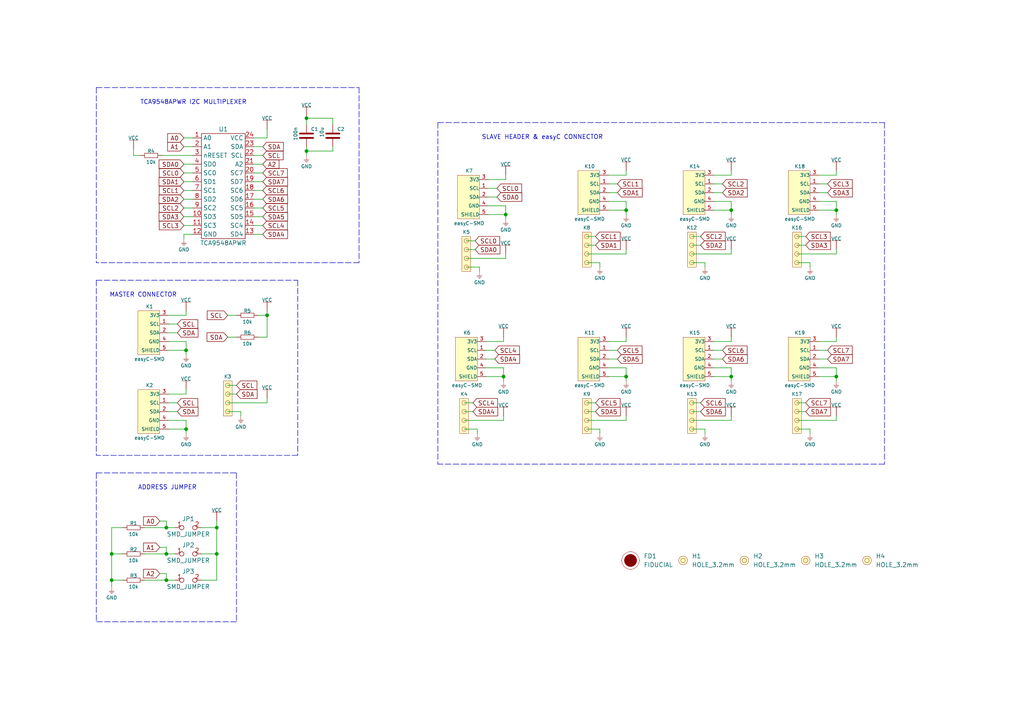
<source format=kicad_sch>
(kicad_sch (version 20210621) (generator eeschema)

  (uuid 4b17ea9b-0ded-4c82-bb65-79ad36d49d91)

  (paper "A4")

  (lib_symbols
    (symbol "e-radionica.com schematics:0603C" (pin_numbers hide) (pin_names (offset 0.002)) (in_bom yes) (on_board yes)
      (property "Reference" "C" (id 0) (at -0.635 3.175 0)
        (effects (font (size 1 1)))
      )
      (property "Value" "0603C" (id 1) (at 0 -3.175 0)
        (effects (font (size 1 1)))
      )
      (property "Footprint" "e-radionica.com footprinti:0603C" (id 2) (at 0 0 0)
        (effects (font (size 1 1)) hide)
      )
      (property "Datasheet" "" (id 3) (at 0 0 0)
        (effects (font (size 1 1)) hide)
      )
      (symbol "0603C_0_1"
        (polyline
          (pts
            (xy -0.635 1.905)
            (xy -0.635 -1.905)
          )
          (stroke (width 0.5)) (fill (type none))
        )
        (polyline
          (pts
            (xy 0.635 1.905)
            (xy 0.635 -1.905)
          )
          (stroke (width 0.5)) (fill (type none))
        )
      )
      (symbol "0603C_1_1"
        (pin passive line (at -3.175 0 0) (length 2.54)
          (name "~" (effects (font (size 1.27 1.27))))
          (number "1" (effects (font (size 1.27 1.27))))
        )
        (pin passive line (at 3.175 0 180) (length 2.54)
          (name "~" (effects (font (size 1.27 1.27))))
          (number "2" (effects (font (size 1.27 1.27))))
        )
      )
    )
    (symbol "e-radionica.com schematics:0603R" (pin_numbers hide) (pin_names (offset 0.254)) (in_bom yes) (on_board yes)
      (property "Reference" "R" (id 0) (at -1.905 1.905 0)
        (effects (font (size 1 1)))
      )
      (property "Value" "0603R" (id 1) (at 0 -1.905 0)
        (effects (font (size 1 1)))
      )
      (property "Footprint" "e-radionica.com footprinti:0603R" (id 2) (at -0.635 1.905 0)
        (effects (font (size 1 1)) hide)
      )
      (property "Datasheet" "" (id 3) (at -0.635 1.905 0)
        (effects (font (size 1 1)) hide)
      )
      (symbol "0603R_0_1"
        (rectangle (start -1.905 -0.635) (end 1.905 -0.6604)
          (stroke (width 0.1)) (fill (type none))
        )
        (rectangle (start -1.905 0.635) (end -1.8796 -0.635)
          (stroke (width 0.1)) (fill (type none))
        )
        (rectangle (start -1.905 0.635) (end 1.905 0.6096)
          (stroke (width 0.1)) (fill (type none))
        )
        (rectangle (start 1.905 0.635) (end 1.9304 -0.635)
          (stroke (width 0.1)) (fill (type none))
        )
      )
      (symbol "0603R_1_1"
        (pin passive line (at -3.175 0 0) (length 1.27)
          (name "~" (effects (font (size 1.27 1.27))))
          (number "1" (effects (font (size 1.27 1.27))))
        )
        (pin passive line (at 3.175 0 180) (length 1.27)
          (name "~" (effects (font (size 1.27 1.27))))
          (number "2" (effects (font (size 1.27 1.27))))
        )
      )
    )
    (symbol "e-radionica.com schematics:1206C" (pin_numbers hide) (in_bom yes) (on_board yes)
      (property "Reference" "C" (id 0) (at -0.635 3.175 0)
        (effects (font (size 1 1)))
      )
      (property "Value" "1206C" (id 1) (at 0 -3.175 0)
        (effects (font (size 1 1)))
      )
      (property "Footprint" "e-radionica.com footprinti:1206C" (id 2) (at 0 0 0)
        (effects (font (size 1 1)) hide)
      )
      (property "Datasheet" "" (id 3) (at 0 0 0)
        (effects (font (size 1 1)) hide)
      )
      (symbol "1206C_0_1"
        (polyline
          (pts
            (xy -0.635 1.905)
            (xy -0.635 -1.905)
          )
          (stroke (width 0.5)) (fill (type none))
        )
        (polyline
          (pts
            (xy 0.635 1.905)
            (xy 0.635 -1.905)
          )
          (stroke (width 0.5)) (fill (type none))
        )
      )
      (symbol "1206C_1_1"
        (pin passive line (at -3.175 0 0) (length 2.54)
          (name "~" (effects (font (size 1.27 1.27))))
          (number "1" (effects (font (size 1.27 1.27))))
        )
        (pin passive line (at 3.175 0 180) (length 2.54)
          (name "~" (effects (font (size 1.27 1.27))))
          (number "2" (effects (font (size 1.27 1.27))))
        )
      )
    )
    (symbol "e-radionica.com schematics:FIDUCIAL" (in_bom no) (on_board yes)
      (property "Reference" "FD" (id 0) (at 0 3.81 0)
        (effects (font (size 1.27 1.27)))
      )
      (property "Value" "FIDUCIAL" (id 1) (at 0 -3.81 0)
        (effects (font (size 1.27 1.27)))
      )
      (property "Footprint" "e-radionica.com footprinti:FIDUCIAL_23" (id 2) (at 0.254 -5.334 0)
        (effects (font (size 1.27 1.27)) hide)
      )
      (property "Datasheet" "" (id 3) (at 0 0 0)
        (effects (font (size 1.27 1.27)) hide)
      )
      (symbol "FIDUCIAL_0_1"
        (circle (center 0 0) (radius 2.54) (stroke (width 0.0006)) (fill (type none)))
        (circle (center 0 0) (radius 1.7961) (stroke (width 0.001)) (fill (type outline)))
        (polyline
          (pts
            (xy -2.54 0)
            (xy -2.794 0)
          )
          (stroke (width 0.0006)) (fill (type none))
        )
        (polyline
          (pts
            (xy 0 -2.54)
            (xy 0 -2.794)
          )
          (stroke (width 0.0006)) (fill (type none))
        )
        (polyline
          (pts
            (xy 0 2.54)
            (xy 0 2.794)
          )
          (stroke (width 0.0006)) (fill (type none))
        )
        (polyline
          (pts
            (xy 2.54 0)
            (xy 2.794 0)
          )
          (stroke (width 0.0006)) (fill (type none))
        )
      )
    )
    (symbol "e-radionica.com schematics:GND" (power) (pin_names (offset 0)) (in_bom yes) (on_board yes)
      (property "Reference" "#PWR" (id 0) (at 4.445 0 0)
        (effects (font (size 1 1)) hide)
      )
      (property "Value" "GND" (id 1) (at 0 -2.921 0)
        (effects (font (size 1 1)))
      )
      (property "Footprint" "" (id 2) (at 4.445 3.81 0)
        (effects (font (size 1 1)) hide)
      )
      (property "Datasheet" "" (id 3) (at 4.445 3.81 0)
        (effects (font (size 1 1)) hide)
      )
      (property "ki_keywords" "power-flag" (id 4) (at 0 0 0)
        (effects (font (size 1.27 1.27)) hide)
      )
      (property "ki_description" "Power symbol creates a global label with name \"GND\"" (id 5) (at 0 0 0)
        (effects (font (size 1.27 1.27)) hide)
      )
      (symbol "GND_0_1"
        (polyline
          (pts
            (xy -0.762 -1.27)
            (xy 0.762 -1.27)
          )
          (stroke (width 0.0006)) (fill (type none))
        )
        (polyline
          (pts
            (xy -0.635 -1.524)
            (xy 0.635 -1.524)
          )
          (stroke (width 0.0006)) (fill (type none))
        )
        (polyline
          (pts
            (xy -0.381 -1.778)
            (xy 0.381 -1.778)
          )
          (stroke (width 0.0006)) (fill (type none))
        )
        (polyline
          (pts
            (xy -0.127 -2.032)
            (xy 0.127 -2.032)
          )
          (stroke (width 0.0006)) (fill (type none))
        )
        (polyline
          (pts
            (xy 0 0)
            (xy 0 -1.27)
          )
          (stroke (width 0.0006)) (fill (type none))
        )
      )
      (symbol "GND_1_1"
        (pin power_in line (at 0 0 270) (length 0) hide
          (name "GND" (effects (font (size 1.27 1.27))))
          (number "1" (effects (font (size 1.27 1.27))))
        )
      )
    )
    (symbol "e-radionica.com schematics:HEADER_MALE_4X1" (pin_numbers hide) (pin_names hide) (in_bom yes) (on_board yes)
      (property "Reference" "K" (id 0) (at -0.635 7.62 0)
        (effects (font (size 1 1)))
      )
      (property "Value" "HEADER_MALE_4X1" (id 1) (at 0 -5.08 0)
        (effects (font (size 1 1)))
      )
      (property "Footprint" "e-radionica.com footprinti:HEADER_MALE_4X1" (id 2) (at 0 -7.62 0)
        (effects (font (size 1 1)) hide)
      )
      (property "Datasheet" "" (id 3) (at 0 -2.54 0)
        (effects (font (size 1 1)) hide)
      )
      (symbol "HEADER_MALE_4X1_0_1"
        (circle (center 0 -2.54) (radius 0.635) (stroke (width 0.0006)) (fill (type none)))
        (circle (center 0 0) (radius 0.635) (stroke (width 0.0006)) (fill (type none)))
        (circle (center 0 2.54) (radius 0.635) (stroke (width 0.0006)) (fill (type none)))
        (circle (center 0 5.08) (radius 0.635) (stroke (width 0.0006)) (fill (type none)))
        (rectangle (start 1.27 -3.81) (end -1.27 6.35)
          (stroke (width 0.001)) (fill (type background))
        )
      )
      (symbol "HEADER_MALE_4X1_1_1"
        (pin passive line (at 0 -2.54 180) (length 0)
          (name "~" (effects (font (size 1 1))))
          (number "1" (effects (font (size 1 1))))
        )
        (pin passive line (at 0 0 180) (length 0)
          (name "~" (effects (font (size 1 1))))
          (number "2" (effects (font (size 1 1))))
        )
        (pin passive line (at 0 2.54 180) (length 0)
          (name "~" (effects (font (size 1 1))))
          (number "3" (effects (font (size 1 1))))
        )
        (pin passive line (at 0 5.08 180) (length 0)
          (name "~" (effects (font (size 1 1))))
          (number "4" (effects (font (size 1 1))))
        )
      )
    )
    (symbol "e-radionica.com schematics:HOLE_3.2mm" (pin_numbers hide) (pin_names hide) (in_bom yes) (on_board yes)
      (property "Reference" "H" (id 0) (at 0 2.54 0)
        (effects (font (size 1.27 1.27)))
      )
      (property "Value" "HOLE_3.2mm" (id 1) (at 0 -2.54 0)
        (effects (font (size 1.27 1.27)))
      )
      (property "Footprint" "e-radionica.com footprinti:HOLE_3.2mm" (id 2) (at 0 0 0)
        (effects (font (size 1.27 1.27)) hide)
      )
      (property "Datasheet" "" (id 3) (at 0 0 0)
        (effects (font (size 1.27 1.27)) hide)
      )
      (symbol "HOLE_3.2mm_0_1"
        (circle (center 0 0) (radius 0.635) (stroke (width 0.0006)) (fill (type none)))
        (circle (center 0 0) (radius 1.27) (stroke (width 0.001)) (fill (type background)))
      )
    )
    (symbol "e-radionica.com schematics:SMD_JUMPER" (in_bom yes) (on_board yes)
      (property "Reference" "JP" (id 0) (at 0 1.397 0)
        (effects (font (size 1.27 1.27)))
      )
      (property "Value" "SMD_JUMPER" (id 1) (at 0.508 -3.048 0)
        (effects (font (size 1.27 1.27)))
      )
      (property "Footprint" "e-radionica.com footprinti:SMD_JUMPER" (id 2) (at 0 0 0)
        (effects (font (size 1.27 1.27)) hide)
      )
      (property "Datasheet" "" (id 3) (at 0 0 0)
        (effects (font (size 1.27 1.27)) hide)
      )
      (symbol "SMD_JUMPER_1_1"
        (pin passive inverted (at -3.81 0 0) (length 2.54)
          (name "" (effects (font (size 1.27 1.27))))
          (number "1" (effects (font (size 1.27 1.27))))
        )
        (pin passive inverted (at 3.81 0 180) (length 2.54)
          (name "" (effects (font (size 1.27 1.27))))
          (number "2" (effects (font (size 1.27 1.27))))
        )
      )
    )
    (symbol "e-radionica.com schematics:TCA9548APWR" (in_bom yes) (on_board yes)
      (property "Reference" "U" (id 0) (at 0 16.51 0)
        (effects (font (size 1.27 1.27)))
      )
      (property "Value" "TCA9548APWR" (id 1) (at 0 -16.51 0)
        (effects (font (size 1.27 1.27)))
      )
      (property "Footprint" "e-radionica.com footprinti:TSSOP-24" (id 2) (at 0 -19.05 0)
        (effects (font (size 1.27 1.27)) hide)
      )
      (property "Datasheet" "" (id 3) (at 1.27 0 0)
        (effects (font (size 1.27 1.27)) hide)
      )
      (symbol "TCA9548APWR_0_1"
        (rectangle (start -6.35 15.24) (end 6.35 -15.24)
          (stroke (width 0.1524)) (fill (type none))
        )
      )
      (symbol "TCA9548APWR_1_1"
        (pin input line (at -8.89 13.97 0) (length 2.54)
          (name "A0" (effects (font (size 1.27 1.27))))
          (number "1" (effects (font (size 1.27 1.27))))
        )
        (pin bidirectional line (at -8.89 -8.89 0) (length 2.54)
          (name "SD3" (effects (font (size 1.27 1.27))))
          (number "10" (effects (font (size 1.27 1.27))))
        )
        (pin bidirectional line (at -8.89 -11.43 0) (length 2.54)
          (name "SC3" (effects (font (size 1.27 1.27))))
          (number "11" (effects (font (size 1.27 1.27))))
        )
        (pin power_out line (at -8.89 -13.97 0) (length 2.54)
          (name "GND" (effects (font (size 1.27 1.27))))
          (number "12" (effects (font (size 1.27 1.27))))
        )
        (pin bidirectional line (at 8.89 -13.97 180) (length 2.54)
          (name "SD4" (effects (font (size 1.27 1.27))))
          (number "13" (effects (font (size 1.27 1.27))))
        )
        (pin bidirectional line (at 8.89 -11.43 180) (length 2.54)
          (name "SC4" (effects (font (size 1.27 1.27))))
          (number "14" (effects (font (size 1.27 1.27))))
        )
        (pin bidirectional line (at 8.89 -8.89 180) (length 2.54)
          (name "SD5" (effects (font (size 1.27 1.27))))
          (number "15" (effects (font (size 1.27 1.27))))
        )
        (pin bidirectional line (at 8.89 -6.35 180) (length 2.54)
          (name "SC5" (effects (font (size 1.27 1.27))))
          (number "16" (effects (font (size 1.27 1.27))))
        )
        (pin bidirectional line (at 8.89 -3.81 180) (length 2.54)
          (name "SD6" (effects (font (size 1.27 1.27))))
          (number "17" (effects (font (size 1.27 1.27))))
        )
        (pin bidirectional line (at 8.89 -1.27 180) (length 2.54)
          (name "SC6" (effects (font (size 1.27 1.27))))
          (number "18" (effects (font (size 1.27 1.27))))
        )
        (pin bidirectional line (at 8.89 1.27 180) (length 2.54)
          (name "SD7" (effects (font (size 1.27 1.27))))
          (number "19" (effects (font (size 1.27 1.27))))
        )
        (pin input line (at -8.89 11.43 0) (length 2.54)
          (name "A1" (effects (font (size 1.27 1.27))))
          (number "2" (effects (font (size 1.27 1.27))))
        )
        (pin bidirectional line (at 8.89 3.81 180) (length 2.54)
          (name "SC7" (effects (font (size 1.27 1.27))))
          (number "20" (effects (font (size 1.27 1.27))))
        )
        (pin input line (at 8.89 6.35 180) (length 2.54)
          (name "A2" (effects (font (size 1.27 1.27))))
          (number "21" (effects (font (size 1.27 1.27))))
        )
        (pin bidirectional line (at 8.89 8.89 180) (length 2.54)
          (name "SCL" (effects (font (size 1.27 1.27))))
          (number "22" (effects (font (size 1.27 1.27))))
        )
        (pin bidirectional line (at 8.89 11.43 180) (length 2.54)
          (name "SDA" (effects (font (size 1.27 1.27))))
          (number "23" (effects (font (size 1.27 1.27))))
        )
        (pin power_in line (at 8.89 13.97 180) (length 2.54)
          (name "VCC" (effects (font (size 1.27 1.27))))
          (number "24" (effects (font (size 1.27 1.27))))
        )
        (pin input line (at -8.89 8.89 0) (length 2.54)
          (name "nRESET" (effects (font (size 1.27 1.27))))
          (number "3" (effects (font (size 1.27 1.27))))
        )
        (pin bidirectional line (at -8.89 6.35 0) (length 2.54)
          (name "SD0" (effects (font (size 1.27 1.27))))
          (number "4" (effects (font (size 1.27 1.27))))
        )
        (pin bidirectional line (at -8.89 3.81 0) (length 2.54)
          (name "SC0" (effects (font (size 1.27 1.27))))
          (number "5" (effects (font (size 1.27 1.27))))
        )
        (pin bidirectional line (at -8.89 1.27 0) (length 2.54)
          (name "SD1" (effects (font (size 1.27 1.27))))
          (number "6" (effects (font (size 1.27 1.27))))
        )
        (pin bidirectional line (at -8.89 -1.27 0) (length 2.54)
          (name "SC1" (effects (font (size 1.27 1.27))))
          (number "7" (effects (font (size 1.27 1.27))))
        )
        (pin bidirectional line (at -8.89 -3.81 0) (length 2.54)
          (name "SD2" (effects (font (size 1.27 1.27))))
          (number "8" (effects (font (size 1.27 1.27))))
        )
        (pin bidirectional line (at -8.89 -6.35 0) (length 2.54)
          (name "SC2" (effects (font (size 1.27 1.27))))
          (number "9" (effects (font (size 1.27 1.27))))
        )
      )
    )
    (symbol "e-radionica.com schematics:VCC" (power) (pin_names (offset 0)) (in_bom yes) (on_board yes)
      (property "Reference" "#PWR" (id 0) (at 4.445 0 0)
        (effects (font (size 1 1)) hide)
      )
      (property "Value" "VCC" (id 1) (at 0 3.556 0)
        (effects (font (size 1 1)))
      )
      (property "Footprint" "" (id 2) (at 4.445 3.81 0)
        (effects (font (size 1 1)) hide)
      )
      (property "Datasheet" "" (id 3) (at 4.445 3.81 0)
        (effects (font (size 1 1)) hide)
      )
      (property "ki_keywords" "power-flag" (id 4) (at 0 0 0)
        (effects (font (size 1.27 1.27)) hide)
      )
      (property "ki_description" "Power symbol creates a global label with name \"VCC\"" (id 5) (at 0 0 0)
        (effects (font (size 1.27 1.27)) hide)
      )
      (symbol "VCC_0_1"
        (polyline
          (pts
            (xy -1.27 2.54)
            (xy 1.27 2.54)
          )
          (stroke (width 0.0006)) (fill (type none))
        )
        (polyline
          (pts
            (xy 0 0)
            (xy 0 2.54)
          )
          (stroke (width 0)) (fill (type none))
        )
      )
      (symbol "VCC_1_1"
        (pin power_in line (at 0 0 90) (length 0) hide
          (name "VCC" (effects (font (size 1.27 1.27))))
          (number "1" (effects (font (size 1.27 1.27))))
        )
      )
    )
    (symbol "e-radionica.com schematics:easyC-SMD" (pin_names (offset 0.002)) (in_bom yes) (on_board yes)
      (property "Reference" "K" (id 0) (at -2.54 10.16 0)
        (effects (font (size 1 1)))
      )
      (property "Value" "easyC-SMD" (id 1) (at 0 -5.08 0)
        (effects (font (size 1 1)))
      )
      (property "Footprint" "e-radionica.com footprinti:easyC-connector" (id 2) (at 3.175 2.54 0)
        (effects (font (size 1 1)) hide)
      )
      (property "Datasheet" "" (id 3) (at 3.175 2.54 0)
        (effects (font (size 1 1)) hide)
      )
      (symbol "easyC-SMD_0_1"
        (rectangle (start -3.175 8.89) (end 3.175 -3.81)
          (stroke (width 0.001)) (fill (type background))
        )
      )
      (symbol "easyC-SMD_1_1"
        (pin passive line (at 5.715 5.08 180) (length 2.54)
          (name "SCL" (effects (font (size 1 1))))
          (number "1" (effects (font (size 1 1))))
        )
        (pin passive line (at 5.715 2.54 180) (length 2.54)
          (name "SDA" (effects (font (size 1 1))))
          (number "2" (effects (font (size 1 1))))
        )
        (pin passive line (at 5.715 7.62 180) (length 2.54)
          (name "3V3" (effects (font (size 1 1))))
          (number "3" (effects (font (size 1 1))))
        )
        (pin passive line (at 5.715 0 180) (length 2.54)
          (name "GND" (effects (font (size 1 1))))
          (number "4" (effects (font (size 1 1))))
        )
        (pin passive line (at 5.715 -2.54 180) (length 2.54)
          (name "SHIELD" (effects (font (size 1 1))))
          (number "5" (effects (font (size 1 1))))
        )
      )
    )
  )

  (junction (at 32.385 160.655) (diameter 0.9144) (color 0 0 0 0))
  (junction (at 32.385 168.275) (diameter 0.9144) (color 0 0 0 0))
  (junction (at 48.26 153.035) (diameter 0.9144) (color 0 0 0 0))
  (junction (at 48.26 160.655) (diameter 0.9144) (color 0 0 0 0))
  (junction (at 48.26 168.275) (diameter 0.9144) (color 0 0 0 0))
  (junction (at 53.975 101.6) (diameter 0.9144) (color 0 0 0 0))
  (junction (at 53.975 124.46) (diameter 0.9144) (color 0 0 0 0))
  (junction (at 62.865 153.035) (diameter 0.9144) (color 0 0 0 0))
  (junction (at 62.865 160.655) (diameter 0.9144) (color 0 0 0 0))
  (junction (at 77.47 91.44) (diameter 0.9144) (color 0 0 0 0))
  (junction (at 88.9 34.29) (diameter 0.9144) (color 0 0 0 0))
  (junction (at 88.9 43.815) (diameter 0.9144) (color 0 0 0 0))
  (junction (at 146.05 109.22) (diameter 0.9144) (color 0 0 0 0))
  (junction (at 146.685 62.23) (diameter 0.9144) (color 0 0 0 0))
  (junction (at 181.61 60.96) (diameter 0.9144) (color 0 0 0 0))
  (junction (at 181.61 109.22) (diameter 0.9144) (color 0 0 0 0))
  (junction (at 212.09 60.96) (diameter 0.9144) (color 0 0 0 0))
  (junction (at 212.09 109.22) (diameter 0.9144) (color 0 0 0 0))
  (junction (at 242.57 60.96) (diameter 0.9144) (color 0 0 0 0))
  (junction (at 242.57 109.22) (diameter 0.9144) (color 0 0 0 0))

  (wire (pts (xy 32.385 153.035) (xy 32.385 160.655))
    (stroke (width 0) (type solid) (color 0 0 0 0))
    (uuid 74616d03-a23e-4e4c-99c7-3beb79133922)
  )
  (wire (pts (xy 32.385 160.655) (xy 32.385 168.275))
    (stroke (width 0) (type solid) (color 0 0 0 0))
    (uuid 74616d03-a23e-4e4c-99c7-3beb79133922)
  )
  (wire (pts (xy 32.385 160.655) (xy 35.56 160.655))
    (stroke (width 0) (type solid) (color 0 0 0 0))
    (uuid d0348363-b343-4a1b-98fc-4c5b2b7257b4)
  )
  (wire (pts (xy 32.385 168.275) (xy 32.385 170.18))
    (stroke (width 0) (type solid) (color 0 0 0 0))
    (uuid 74616d03-a23e-4e4c-99c7-3beb79133922)
  )
  (wire (pts (xy 32.385 168.275) (xy 35.56 168.275))
    (stroke (width 0) (type solid) (color 0 0 0 0))
    (uuid 523417f6-3cfd-4ba6-b55b-c510d89bff13)
  )
  (wire (pts (xy 35.56 153.035) (xy 32.385 153.035))
    (stroke (width 0) (type solid) (color 0 0 0 0))
    (uuid 74616d03-a23e-4e4c-99c7-3beb79133922)
  )
  (wire (pts (xy 38.735 45.085) (xy 38.735 43.18))
    (stroke (width 0) (type solid) (color 0 0 0 0))
    (uuid 43b0d63f-ee40-47a5-a927-02ce0c5df6f8)
  )
  (wire (pts (xy 40.64 45.085) (xy 38.735 45.085))
    (stroke (width 0) (type solid) (color 0 0 0 0))
    (uuid 43b0d63f-ee40-47a5-a927-02ce0c5df6f8)
  )
  (wire (pts (xy 41.91 153.035) (xy 48.26 153.035))
    (stroke (width 0) (type solid) (color 0 0 0 0))
    (uuid e2f9cfae-3adf-49ce-9a0d-6c119c44e5eb)
  )
  (wire (pts (xy 41.91 160.655) (xy 48.26 160.655))
    (stroke (width 0) (type solid) (color 0 0 0 0))
    (uuid 8469e88a-c15a-410f-9728-da459370a50f)
  )
  (wire (pts (xy 41.91 168.275) (xy 48.26 168.275))
    (stroke (width 0) (type solid) (color 0 0 0 0))
    (uuid d524935b-4961-49f9-ab59-4bcc66981a09)
  )
  (wire (pts (xy 46.355 151.13) (xy 48.26 151.13))
    (stroke (width 0) (type solid) (color 0 0 0 0))
    (uuid eacfafc2-0ff6-445b-a800-a55b11465cf0)
  )
  (wire (pts (xy 46.355 158.75) (xy 48.26 158.75))
    (stroke (width 0) (type solid) (color 0 0 0 0))
    (uuid e431b255-ee93-470a-8487-0e0fc65cdc73)
  )
  (wire (pts (xy 46.355 166.37) (xy 48.26 166.37))
    (stroke (width 0) (type solid) (color 0 0 0 0))
    (uuid 228e230f-d695-4a74-bc74-93358afa0fbf)
  )
  (wire (pts (xy 46.99 45.085) (xy 55.88 45.085))
    (stroke (width 0) (type solid) (color 0 0 0 0))
    (uuid 3e4c43fa-bc37-4276-a956-b4f565239acf)
  )
  (wire (pts (xy 48.26 151.13) (xy 48.26 153.035))
    (stroke (width 0) (type solid) (color 0 0 0 0))
    (uuid eacfafc2-0ff6-445b-a800-a55b11465cf0)
  )
  (wire (pts (xy 48.26 153.035) (xy 50.8 153.035))
    (stroke (width 0) (type solid) (color 0 0 0 0))
    (uuid e2f9cfae-3adf-49ce-9a0d-6c119c44e5eb)
  )
  (wire (pts (xy 48.26 158.75) (xy 48.26 160.655))
    (stroke (width 0) (type solid) (color 0 0 0 0))
    (uuid e431b255-ee93-470a-8487-0e0fc65cdc73)
  )
  (wire (pts (xy 48.26 160.655) (xy 50.8 160.655))
    (stroke (width 0) (type solid) (color 0 0 0 0))
    (uuid 8469e88a-c15a-410f-9728-da459370a50f)
  )
  (wire (pts (xy 48.26 166.37) (xy 48.26 168.275))
    (stroke (width 0) (type solid) (color 0 0 0 0))
    (uuid 228e230f-d695-4a74-bc74-93358afa0fbf)
  )
  (wire (pts (xy 48.26 168.275) (xy 50.8 168.275))
    (stroke (width 0) (type solid) (color 0 0 0 0))
    (uuid d524935b-4961-49f9-ab59-4bcc66981a09)
  )
  (wire (pts (xy 48.895 91.44) (xy 53.975 91.44))
    (stroke (width 0) (type solid) (color 0 0 0 0))
    (uuid 5513b5ca-2e80-4452-8e7f-16bbc30f7dde)
  )
  (wire (pts (xy 48.895 93.98) (xy 51.435 93.98))
    (stroke (width 0) (type solid) (color 0 0 0 0))
    (uuid be566bf6-fe4b-484d-ba37-405311f6b4c9)
  )
  (wire (pts (xy 48.895 96.52) (xy 51.435 96.52))
    (stroke (width 0) (type solid) (color 0 0 0 0))
    (uuid a0c5762c-3790-4c03-b55e-c789153e93d0)
  )
  (wire (pts (xy 48.895 99.06) (xy 53.975 99.06))
    (stroke (width 0) (type solid) (color 0 0 0 0))
    (uuid c35152ea-e7ba-4f05-bdd5-691453c32ae2)
  )
  (wire (pts (xy 48.895 101.6) (xy 53.975 101.6))
    (stroke (width 0) (type solid) (color 0 0 0 0))
    (uuid dbaf3d16-22ab-406d-9c74-62174a2de624)
  )
  (wire (pts (xy 48.895 114.3) (xy 53.975 114.3))
    (stroke (width 0) (type solid) (color 0 0 0 0))
    (uuid 95e9baab-fc2a-4fc3-895b-349d2709d57e)
  )
  (wire (pts (xy 48.895 116.84) (xy 51.435 116.84))
    (stroke (width 0) (type solid) (color 0 0 0 0))
    (uuid 084cf788-33e0-4973-a140-65ac6376782a)
  )
  (wire (pts (xy 48.895 119.38) (xy 51.435 119.38))
    (stroke (width 0) (type solid) (color 0 0 0 0))
    (uuid d54289f4-e0e7-4c23-93b9-f95593c9f4b1)
  )
  (wire (pts (xy 48.895 121.92) (xy 53.975 121.92))
    (stroke (width 0) (type solid) (color 0 0 0 0))
    (uuid 2e04804c-0415-47c7-8cfb-c5a8a957096e)
  )
  (wire (pts (xy 48.895 124.46) (xy 53.975 124.46))
    (stroke (width 0) (type solid) (color 0 0 0 0))
    (uuid de0f3c1e-d9fc-429c-a7b0-25a5b235e0d3)
  )
  (wire (pts (xy 53.34 40.005) (xy 55.88 40.005))
    (stroke (width 0) (type solid) (color 0 0 0 0))
    (uuid df9b2ee4-0dc0-46a7-8546-6d44f2567cac)
  )
  (wire (pts (xy 53.34 42.545) (xy 55.88 42.545))
    (stroke (width 0) (type solid) (color 0 0 0 0))
    (uuid 93f9089f-90e2-47d3-9fa4-a5c560329ddc)
  )
  (wire (pts (xy 53.34 47.625) (xy 55.88 47.625))
    (stroke (width 0) (type solid) (color 0 0 0 0))
    (uuid efa176dd-ea23-4143-acdd-4ef18778a899)
  )
  (wire (pts (xy 53.34 50.165) (xy 55.88 50.165))
    (stroke (width 0) (type solid) (color 0 0 0 0))
    (uuid b5ee26de-fa23-447c-b598-8a8419632508)
  )
  (wire (pts (xy 53.34 52.705) (xy 55.88 52.705))
    (stroke (width 0) (type solid) (color 0 0 0 0))
    (uuid 04b47d7a-a685-4dbc-9d80-e6b99f9f17db)
  )
  (wire (pts (xy 53.34 55.245) (xy 55.88 55.245))
    (stroke (width 0) (type solid) (color 0 0 0 0))
    (uuid 10bb4b7c-00c0-46fa-b952-e78a5a3901e3)
  )
  (wire (pts (xy 53.34 57.785) (xy 55.88 57.785))
    (stroke (width 0) (type solid) (color 0 0 0 0))
    (uuid e7c08a73-8be7-4c0e-a72d-a3961fbf1ff6)
  )
  (wire (pts (xy 53.34 60.325) (xy 55.88 60.325))
    (stroke (width 0) (type solid) (color 0 0 0 0))
    (uuid 1fc18d56-72a7-4cb4-95d6-fddf7730df32)
  )
  (wire (pts (xy 53.34 62.865) (xy 55.88 62.865))
    (stroke (width 0) (type solid) (color 0 0 0 0))
    (uuid ff555818-561e-4244-b4a2-ff51e1d0e7ef)
  )
  (wire (pts (xy 53.34 65.405) (xy 55.88 65.405))
    (stroke (width 0) (type solid) (color 0 0 0 0))
    (uuid 1e2e7f1b-1a56-4d33-be3e-e73916ec6ce4)
  )
  (wire (pts (xy 53.34 67.945) (xy 53.34 69.215))
    (stroke (width 0) (type solid) (color 0 0 0 0))
    (uuid c8b906db-a83f-4312-b923-3b19b16c68b2)
  )
  (wire (pts (xy 53.975 91.44) (xy 53.975 90.17))
    (stroke (width 0) (type solid) (color 0 0 0 0))
    (uuid 5513b5ca-2e80-4452-8e7f-16bbc30f7dde)
  )
  (wire (pts (xy 53.975 99.06) (xy 53.975 101.6))
    (stroke (width 0) (type solid) (color 0 0 0 0))
    (uuid c35152ea-e7ba-4f05-bdd5-691453c32ae2)
  )
  (wire (pts (xy 53.975 101.6) (xy 53.975 102.87))
    (stroke (width 0) (type solid) (color 0 0 0 0))
    (uuid c35152ea-e7ba-4f05-bdd5-691453c32ae2)
  )
  (wire (pts (xy 53.975 114.3) (xy 53.975 113.03))
    (stroke (width 0) (type solid) (color 0 0 0 0))
    (uuid b2b2076a-c403-4069-a9dc-1c2864daa56d)
  )
  (wire (pts (xy 53.975 121.92) (xy 53.975 124.46))
    (stroke (width 0) (type solid) (color 0 0 0 0))
    (uuid 060c46ce-fa55-43cc-a097-f7b3f9961f3f)
  )
  (wire (pts (xy 53.975 124.46) (xy 53.975 125.73))
    (stroke (width 0) (type solid) (color 0 0 0 0))
    (uuid c1f0316f-8f69-465f-858e-e21a0f2fda7d)
  )
  (wire (pts (xy 55.88 67.945) (xy 53.34 67.945))
    (stroke (width 0) (type solid) (color 0 0 0 0))
    (uuid c8b906db-a83f-4312-b923-3b19b16c68b2)
  )
  (wire (pts (xy 58.42 153.035) (xy 62.865 153.035))
    (stroke (width 0) (type solid) (color 0 0 0 0))
    (uuid d648a272-8124-4660-866e-d776c4394f70)
  )
  (wire (pts (xy 58.42 160.655) (xy 62.865 160.655))
    (stroke (width 0) (type solid) (color 0 0 0 0))
    (uuid 13223d2f-dac3-48af-8df3-744f9b330400)
  )
  (wire (pts (xy 58.42 168.275) (xy 62.865 168.275))
    (stroke (width 0) (type solid) (color 0 0 0 0))
    (uuid 171d56a2-1ccd-421f-a5d0-9dbe6b3f803d)
  )
  (wire (pts (xy 62.865 153.035) (xy 62.865 151.13))
    (stroke (width 0) (type solid) (color 0 0 0 0))
    (uuid d648a272-8124-4660-866e-d776c4394f70)
  )
  (wire (pts (xy 62.865 160.655) (xy 62.865 153.035))
    (stroke (width 0) (type solid) (color 0 0 0 0))
    (uuid 13223d2f-dac3-48af-8df3-744f9b330400)
  )
  (wire (pts (xy 62.865 168.275) (xy 62.865 160.655))
    (stroke (width 0) (type solid) (color 0 0 0 0))
    (uuid 171d56a2-1ccd-421f-a5d0-9dbe6b3f803d)
  )
  (wire (pts (xy 66.04 91.44) (xy 68.58 91.44))
    (stroke (width 0) (type solid) (color 0 0 0 0))
    (uuid 35556d23-fc24-4e9b-a1b3-0a21c195f9ef)
  )
  (wire (pts (xy 66.04 97.79) (xy 68.58 97.79))
    (stroke (width 0) (type solid) (color 0 0 0 0))
    (uuid 54ce2a31-a237-43a4-a1a3-8fdfdd1f55df)
  )
  (wire (pts (xy 66.04 111.76) (xy 68.58 111.76))
    (stroke (width 0) (type solid) (color 0 0 0 0))
    (uuid 89a1197e-e57a-4fb9-8555-6f4a1707254c)
  )
  (wire (pts (xy 66.04 114.3) (xy 68.58 114.3))
    (stroke (width 0) (type solid) (color 0 0 0 0))
    (uuid 2c81a6ed-f836-411d-9c13-ee6dd2dc4808)
  )
  (wire (pts (xy 66.04 116.84) (xy 77.47 116.84))
    (stroke (width 0) (type solid) (color 0 0 0 0))
    (uuid 1d52ebc2-aa60-4135-9053-3950d3215741)
  )
  (wire (pts (xy 66.04 119.38) (xy 69.85 119.38))
    (stroke (width 0) (type solid) (color 0 0 0 0))
    (uuid 892589fa-f04b-402f-bd88-9158d8159cd7)
  )
  (wire (pts (xy 69.85 119.38) (xy 69.85 120.65))
    (stroke (width 0) (type solid) (color 0 0 0 0))
    (uuid 892589fa-f04b-402f-bd88-9158d8159cd7)
  )
  (wire (pts (xy 73.66 40.005) (xy 77.47 40.005))
    (stroke (width 0) (type solid) (color 0 0 0 0))
    (uuid 812d6531-557e-4b6e-8315-e3442c80ebff)
  )
  (wire (pts (xy 73.66 42.545) (xy 76.2 42.545))
    (stroke (width 0) (type solid) (color 0 0 0 0))
    (uuid 65a67125-49fe-415e-bdbe-14b9c0c928de)
  )
  (wire (pts (xy 73.66 45.085) (xy 76.2 45.085))
    (stroke (width 0) (type solid) (color 0 0 0 0))
    (uuid 48ee23da-7feb-419c-8412-31a14f26157b)
  )
  (wire (pts (xy 73.66 47.625) (xy 76.2 47.625))
    (stroke (width 0) (type solid) (color 0 0 0 0))
    (uuid 29775621-727e-46fb-8ed4-6b4fbcc3af4c)
  )
  (wire (pts (xy 73.66 50.165) (xy 76.2 50.165))
    (stroke (width 0) (type solid) (color 0 0 0 0))
    (uuid db8b9496-c3b2-46b3-9f1f-65b02ffe6a80)
  )
  (wire (pts (xy 73.66 52.705) (xy 76.2 52.705))
    (stroke (width 0) (type solid) (color 0 0 0 0))
    (uuid 0f6aa0f1-3a28-4836-99d2-e4234fc62253)
  )
  (wire (pts (xy 73.66 55.245) (xy 76.2 55.245))
    (stroke (width 0) (type solid) (color 0 0 0 0))
    (uuid 71ce3df3-9c02-4b66-8e54-29fc8d2c22ab)
  )
  (wire (pts (xy 73.66 57.785) (xy 76.2 57.785))
    (stroke (width 0) (type solid) (color 0 0 0 0))
    (uuid 6113e6a9-bf44-4437-988b-a68998bc20b4)
  )
  (wire (pts (xy 73.66 60.325) (xy 76.2 60.325))
    (stroke (width 0) (type solid) (color 0 0 0 0))
    (uuid 0066a5e1-2666-4303-9ce1-2c16f3d72f25)
  )
  (wire (pts (xy 73.66 62.865) (xy 76.2 62.865))
    (stroke (width 0) (type solid) (color 0 0 0 0))
    (uuid dda8b6b1-0de2-41d1-9677-a37b9b95007a)
  )
  (wire (pts (xy 73.66 65.405) (xy 76.2 65.405))
    (stroke (width 0) (type solid) (color 0 0 0 0))
    (uuid 777de93d-0b4d-48f7-8721-237ddf734ca8)
  )
  (wire (pts (xy 73.66 67.945) (xy 76.2 67.945))
    (stroke (width 0) (type solid) (color 0 0 0 0))
    (uuid 6868bcdc-165d-4b3a-b572-7007a4c76ac1)
  )
  (wire (pts (xy 74.93 91.44) (xy 77.47 91.44))
    (stroke (width 0) (type solid) (color 0 0 0 0))
    (uuid b6c3377b-da7e-4347-a4ac-a186f39c6094)
  )
  (wire (pts (xy 74.93 97.79) (xy 77.47 97.79))
    (stroke (width 0) (type solid) (color 0 0 0 0))
    (uuid 3408fa42-bc0a-45cc-97e1-dd850186afb3)
  )
  (wire (pts (xy 77.47 40.005) (xy 77.47 37.465))
    (stroke (width 0) (type solid) (color 0 0 0 0))
    (uuid 812d6531-557e-4b6e-8315-e3442c80ebff)
  )
  (wire (pts (xy 77.47 91.44) (xy 77.47 90.17))
    (stroke (width 0) (type solid) (color 0 0 0 0))
    (uuid 3408fa42-bc0a-45cc-97e1-dd850186afb3)
  )
  (wire (pts (xy 77.47 97.79) (xy 77.47 91.44))
    (stroke (width 0) (type solid) (color 0 0 0 0))
    (uuid 3408fa42-bc0a-45cc-97e1-dd850186afb3)
  )
  (wire (pts (xy 77.47 116.84) (xy 77.47 115.57))
    (stroke (width 0) (type solid) (color 0 0 0 0))
    (uuid 1d52ebc2-aa60-4135-9053-3950d3215741)
  )
  (wire (pts (xy 88.9 33.655) (xy 88.9 34.29))
    (stroke (width 0) (type solid) (color 0 0 0 0))
    (uuid 66419a49-6faa-4e3d-8fef-dc5c38dbf3fd)
  )
  (wire (pts (xy 88.9 34.29) (xy 88.9 36.195))
    (stroke (width 0) (type solid) (color 0 0 0 0))
    (uuid 66419a49-6faa-4e3d-8fef-dc5c38dbf3fd)
  )
  (wire (pts (xy 88.9 42.545) (xy 88.9 43.815))
    (stroke (width 0) (type solid) (color 0 0 0 0))
    (uuid 74c0c947-046f-4746-b311-d8d34eed590e)
  )
  (wire (pts (xy 88.9 43.815) (xy 88.9 45.085))
    (stroke (width 0) (type solid) (color 0 0 0 0))
    (uuid 74c0c947-046f-4746-b311-d8d34eed590e)
  )
  (wire (pts (xy 96.52 34.29) (xy 88.9 34.29))
    (stroke (width 0) (type solid) (color 0 0 0 0))
    (uuid 6a119296-37d5-45dc-b0e5-47ff7828720d)
  )
  (wire (pts (xy 96.52 36.195) (xy 96.52 34.29))
    (stroke (width 0) (type solid) (color 0 0 0 0))
    (uuid 6a119296-37d5-45dc-b0e5-47ff7828720d)
  )
  (wire (pts (xy 96.52 42.545) (xy 96.52 43.815))
    (stroke (width 0) (type solid) (color 0 0 0 0))
    (uuid b61248d5-926b-4c8c-acca-130d372626ee)
  )
  (wire (pts (xy 96.52 43.815) (xy 88.9 43.815))
    (stroke (width 0) (type solid) (color 0 0 0 0))
    (uuid b61248d5-926b-4c8c-acca-130d372626ee)
  )
  (wire (pts (xy 134.62 116.84) (xy 137.16 116.84))
    (stroke (width 0) (type solid) (color 0 0 0 0))
    (uuid 83507c4e-8fca-4839-a788-0b8a9dccdf71)
  )
  (wire (pts (xy 134.62 119.38) (xy 137.16 119.38))
    (stroke (width 0) (type solid) (color 0 0 0 0))
    (uuid 9c5701b1-08c6-4741-b454-d280a1c48a48)
  )
  (wire (pts (xy 134.62 121.92) (xy 146.05 121.92))
    (stroke (width 0) (type solid) (color 0 0 0 0))
    (uuid 8591d3db-39aa-4dc3-8864-bb4aa7b77cdb)
  )
  (wire (pts (xy 134.62 124.46) (xy 138.43 124.46))
    (stroke (width 0) (type solid) (color 0 0 0 0))
    (uuid d42b0faa-6eba-411d-b2b9-413221beb387)
  )
  (wire (pts (xy 135.255 69.85) (xy 137.795 69.85))
    (stroke (width 0) (type solid) (color 0 0 0 0))
    (uuid 026fdb00-71d6-4634-beb0-bad12b9e7b02)
  )
  (wire (pts (xy 135.255 72.39) (xy 137.795 72.39))
    (stroke (width 0) (type solid) (color 0 0 0 0))
    (uuid 20fca822-f2f2-4c31-925d-534dbb3b427c)
  )
  (wire (pts (xy 135.255 74.93) (xy 146.685 74.93))
    (stroke (width 0) (type solid) (color 0 0 0 0))
    (uuid fd1445e5-a55c-40a9-a675-39845714652c)
  )
  (wire (pts (xy 135.255 77.47) (xy 139.065 77.47))
    (stroke (width 0) (type solid) (color 0 0 0 0))
    (uuid bfd1be79-7fa5-4859-8f12-78aeecb98ccb)
  )
  (wire (pts (xy 138.43 124.46) (xy 138.43 125.73))
    (stroke (width 0) (type solid) (color 0 0 0 0))
    (uuid 9f705892-2930-4207-979e-ce012ccd5079)
  )
  (wire (pts (xy 139.065 77.47) (xy 139.065 78.74))
    (stroke (width 0) (type solid) (color 0 0 0 0))
    (uuid 48a5643f-5945-4079-9ba3-fc746b3a068d)
  )
  (wire (pts (xy 140.97 99.06) (xy 146.05 99.06))
    (stroke (width 0) (type solid) (color 0 0 0 0))
    (uuid ebec9a59-36db-41f7-b39b-a94bdddbb155)
  )
  (wire (pts (xy 140.97 101.6) (xy 143.51 101.6))
    (stroke (width 0) (type solid) (color 0 0 0 0))
    (uuid 41fef84d-50c1-4204-9dd4-b8eef3f99acb)
  )
  (wire (pts (xy 140.97 104.14) (xy 143.51 104.14))
    (stroke (width 0) (type solid) (color 0 0 0 0))
    (uuid 7d52fce9-4f22-490e-82e3-90330b69bd40)
  )
  (wire (pts (xy 140.97 106.68) (xy 146.05 106.68))
    (stroke (width 0) (type solid) (color 0 0 0 0))
    (uuid c9417551-dbd2-4496-afc4-e36fce31b195)
  )
  (wire (pts (xy 140.97 109.22) (xy 146.05 109.22))
    (stroke (width 0) (type solid) (color 0 0 0 0))
    (uuid a3992882-88f5-4781-9dfd-f640d16bab9e)
  )
  (wire (pts (xy 141.605 52.07) (xy 146.685 52.07))
    (stroke (width 0) (type solid) (color 0 0 0 0))
    (uuid d1b84a03-3e18-4859-ab9f-a993409f6f9a)
  )
  (wire (pts (xy 141.605 54.61) (xy 144.145 54.61))
    (stroke (width 0) (type solid) (color 0 0 0 0))
    (uuid d4f4de2f-e5ab-4f8f-8599-eab627669e8d)
  )
  (wire (pts (xy 141.605 57.15) (xy 144.145 57.15))
    (stroke (width 0) (type solid) (color 0 0 0 0))
    (uuid dec87c2a-08d4-4140-a5c0-fe9e26cb5644)
  )
  (wire (pts (xy 141.605 59.69) (xy 146.685 59.69))
    (stroke (width 0) (type solid) (color 0 0 0 0))
    (uuid f58c380d-508a-4236-a38e-0806fe762925)
  )
  (wire (pts (xy 141.605 62.23) (xy 146.685 62.23))
    (stroke (width 0) (type solid) (color 0 0 0 0))
    (uuid 194619e8-2a87-4291-8ecc-63627a360c4d)
  )
  (wire (pts (xy 146.05 99.06) (xy 146.05 97.79))
    (stroke (width 0) (type solid) (color 0 0 0 0))
    (uuid 032996b7-5b38-4d88-9ff7-82e90f085683)
  )
  (wire (pts (xy 146.05 106.68) (xy 146.05 109.22))
    (stroke (width 0) (type solid) (color 0 0 0 0))
    (uuid 86825b94-cec7-46d9-b0a4-36a2d44abc5e)
  )
  (wire (pts (xy 146.05 109.22) (xy 146.05 110.49))
    (stroke (width 0) (type solid) (color 0 0 0 0))
    (uuid 71b84fca-ea9a-4d60-877a-b18e95f51fc4)
  )
  (wire (pts (xy 146.05 121.92) (xy 146.05 120.65))
    (stroke (width 0) (type solid) (color 0 0 0 0))
    (uuid c0f027c5-3bc7-46d8-9a63-a7d5a9564b56)
  )
  (wire (pts (xy 146.685 52.07) (xy 146.685 50.8))
    (stroke (width 0) (type solid) (color 0 0 0 0))
    (uuid 325435bd-f17c-47af-ab2d-14e87a69f1ee)
  )
  (wire (pts (xy 146.685 59.69) (xy 146.685 62.23))
    (stroke (width 0) (type solid) (color 0 0 0 0))
    (uuid 5f287416-1366-4d61-9213-f1eb6d66c0cf)
  )
  (wire (pts (xy 146.685 62.23) (xy 146.685 63.5))
    (stroke (width 0) (type solid) (color 0 0 0 0))
    (uuid ad930884-1926-4181-accb-0e73ae259beb)
  )
  (wire (pts (xy 146.685 74.93) (xy 146.685 73.66))
    (stroke (width 0) (type solid) (color 0 0 0 0))
    (uuid a9178cfb-821b-442a-9c39-e5781f3eb51c)
  )
  (wire (pts (xy 170.18 68.58) (xy 172.72 68.58))
    (stroke (width 0) (type solid) (color 0 0 0 0))
    (uuid c90987ed-317c-45c6-8eda-a01d084612e0)
  )
  (wire (pts (xy 170.18 71.12) (xy 172.72 71.12))
    (stroke (width 0) (type solid) (color 0 0 0 0))
    (uuid f8b26e01-07aa-4eda-8d8d-01e9baa9c771)
  )
  (wire (pts (xy 170.18 73.66) (xy 181.61 73.66))
    (stroke (width 0) (type solid) (color 0 0 0 0))
    (uuid 3546f87d-3139-4827-a92a-70071b1684e0)
  )
  (wire (pts (xy 170.18 76.2) (xy 173.99 76.2))
    (stroke (width 0) (type solid) (color 0 0 0 0))
    (uuid 2d8b1a43-11f2-45ba-bd93-7836d9a5a3db)
  )
  (wire (pts (xy 170.18 116.84) (xy 172.72 116.84))
    (stroke (width 0) (type solid) (color 0 0 0 0))
    (uuid a5989cea-7c7b-4112-8b79-6349ad35b2a9)
  )
  (wire (pts (xy 170.18 119.38) (xy 172.72 119.38))
    (stroke (width 0) (type solid) (color 0 0 0 0))
    (uuid 99e81e9c-f2ca-4e3a-bdf2-15a81a233eee)
  )
  (wire (pts (xy 170.18 121.92) (xy 181.61 121.92))
    (stroke (width 0) (type solid) (color 0 0 0 0))
    (uuid d39dbb44-0856-4c0e-ba5f-ba7cd3790b63)
  )
  (wire (pts (xy 170.18 124.46) (xy 173.99 124.46))
    (stroke (width 0) (type solid) (color 0 0 0 0))
    (uuid 2fc738e5-e3b8-4a18-bbf2-dcf5de50790d)
  )
  (wire (pts (xy 173.99 76.2) (xy 173.99 77.47))
    (stroke (width 0) (type solid) (color 0 0 0 0))
    (uuid 3c4284b3-c056-4667-bab7-28f8bdfa4a6a)
  )
  (wire (pts (xy 173.99 124.46) (xy 173.99 125.73))
    (stroke (width 0) (type solid) (color 0 0 0 0))
    (uuid 82bc1a19-36e4-4cc1-9197-c7a9a53dd3d8)
  )
  (wire (pts (xy 176.53 50.8) (xy 181.61 50.8))
    (stroke (width 0) (type solid) (color 0 0 0 0))
    (uuid d0439b78-3922-4092-8bba-7ee4019ef44f)
  )
  (wire (pts (xy 176.53 53.34) (xy 179.07 53.34))
    (stroke (width 0) (type solid) (color 0 0 0 0))
    (uuid ad1c5b54-4f43-41b6-995b-33d27d3d8fd7)
  )
  (wire (pts (xy 176.53 55.88) (xy 179.07 55.88))
    (stroke (width 0) (type solid) (color 0 0 0 0))
    (uuid 4b773504-d3b6-48ed-ae04-6232e97ff417)
  )
  (wire (pts (xy 176.53 58.42) (xy 181.61 58.42))
    (stroke (width 0) (type solid) (color 0 0 0 0))
    (uuid 4757ed44-a45e-4c01-a4c8-a4a4fd30425f)
  )
  (wire (pts (xy 176.53 60.96) (xy 181.61 60.96))
    (stroke (width 0) (type solid) (color 0 0 0 0))
    (uuid 7d10d053-3ab1-41c4-bce5-fe52b65ba8e8)
  )
  (wire (pts (xy 176.53 99.06) (xy 181.61 99.06))
    (stroke (width 0) (type solid) (color 0 0 0 0))
    (uuid 0e1e3337-39b9-462a-86c5-c52713ea9e95)
  )
  (wire (pts (xy 176.53 101.6) (xy 179.07 101.6))
    (stroke (width 0) (type solid) (color 0 0 0 0))
    (uuid 4157ad90-9f68-4ea3-887a-c191ceaee098)
  )
  (wire (pts (xy 176.53 104.14) (xy 179.07 104.14))
    (stroke (width 0) (type solid) (color 0 0 0 0))
    (uuid 0b130cd8-64e3-4a6c-83eb-8d033006dcfa)
  )
  (wire (pts (xy 176.53 106.68) (xy 181.61 106.68))
    (stroke (width 0) (type solid) (color 0 0 0 0))
    (uuid 4bf92848-c789-4b9c-bcbe-412674ff1b4d)
  )
  (wire (pts (xy 176.53 109.22) (xy 181.61 109.22))
    (stroke (width 0) (type solid) (color 0 0 0 0))
    (uuid 1c2c6c57-8368-477e-9cd4-cb54c1e807ab)
  )
  (wire (pts (xy 181.61 50.8) (xy 181.61 49.53))
    (stroke (width 0) (type solid) (color 0 0 0 0))
    (uuid e80447a7-f6fb-4500-8e6c-696c64f6fce8)
  )
  (wire (pts (xy 181.61 58.42) (xy 181.61 60.96))
    (stroke (width 0) (type solid) (color 0 0 0 0))
    (uuid d629fb2d-6ce2-4273-971d-977c494dd7e5)
  )
  (wire (pts (xy 181.61 60.96) (xy 181.61 62.23))
    (stroke (width 0) (type solid) (color 0 0 0 0))
    (uuid 11321b36-158a-4f8a-97d7-482f798e427d)
  )
  (wire (pts (xy 181.61 73.66) (xy 181.61 72.39))
    (stroke (width 0) (type solid) (color 0 0 0 0))
    (uuid bc69cc23-ce5f-4240-8051-9211b17c786b)
  )
  (wire (pts (xy 181.61 99.06) (xy 181.61 97.79))
    (stroke (width 0) (type solid) (color 0 0 0 0))
    (uuid 4cde9214-972a-425f-8250-3d3a72ee269a)
  )
  (wire (pts (xy 181.61 106.68) (xy 181.61 109.22))
    (stroke (width 0) (type solid) (color 0 0 0 0))
    (uuid ea90a29d-b45a-4c82-b794-8f7924d5177c)
  )
  (wire (pts (xy 181.61 109.22) (xy 181.61 110.49))
    (stroke (width 0) (type solid) (color 0 0 0 0))
    (uuid ecc6f94f-1eef-45d4-b2b6-92dd9f03cd9a)
  )
  (wire (pts (xy 181.61 121.92) (xy 181.61 120.65))
    (stroke (width 0) (type solid) (color 0 0 0 0))
    (uuid 00e800e5-ba4f-4c63-84c4-17b87612e19e)
  )
  (wire (pts (xy 200.66 68.58) (xy 203.2 68.58))
    (stroke (width 0) (type solid) (color 0 0 0 0))
    (uuid bc75074b-d296-49b9-8f04-870ddd9ba797)
  )
  (wire (pts (xy 200.66 71.12) (xy 203.2 71.12))
    (stroke (width 0) (type solid) (color 0 0 0 0))
    (uuid 918f264a-35e9-4fae-b0fa-1fd096b34887)
  )
  (wire (pts (xy 200.66 73.66) (xy 212.09 73.66))
    (stroke (width 0) (type solid) (color 0 0 0 0))
    (uuid f6b18dc7-1407-4268-8f24-bf6028d85751)
  )
  (wire (pts (xy 200.66 76.2) (xy 204.47 76.2))
    (stroke (width 0) (type solid) (color 0 0 0 0))
    (uuid d84cf549-dd86-42a9-98b6-ed10c912770c)
  )
  (wire (pts (xy 200.66 116.84) (xy 203.2 116.84))
    (stroke (width 0) (type solid) (color 0 0 0 0))
    (uuid 4d3f46da-f4e8-4808-9d62-19a24d1c5436)
  )
  (wire (pts (xy 200.66 119.38) (xy 203.2 119.38))
    (stroke (width 0) (type solid) (color 0 0 0 0))
    (uuid bb6e55c0-6c38-4490-b9d7-0f75dc5ac6d7)
  )
  (wire (pts (xy 200.66 121.92) (xy 212.09 121.92))
    (stroke (width 0) (type solid) (color 0 0 0 0))
    (uuid ac6fe680-1ea1-44be-82e0-87c1f68e9473)
  )
  (wire (pts (xy 200.66 124.46) (xy 204.47 124.46))
    (stroke (width 0) (type solid) (color 0 0 0 0))
    (uuid 75aa1ca0-5c44-4d61-abad-07d25baaf0b6)
  )
  (wire (pts (xy 204.47 76.2) (xy 204.47 77.47))
    (stroke (width 0) (type solid) (color 0 0 0 0))
    (uuid 413f7fa6-684f-4c27-bedf-f05268795d0e)
  )
  (wire (pts (xy 204.47 124.46) (xy 204.47 125.73))
    (stroke (width 0) (type solid) (color 0 0 0 0))
    (uuid 9b9b957c-5b21-4bb6-a9ea-55b2e68e67e7)
  )
  (wire (pts (xy 207.01 50.8) (xy 212.09 50.8))
    (stroke (width 0) (type solid) (color 0 0 0 0))
    (uuid fc6b7736-36cc-4447-a565-c489aa29f118)
  )
  (wire (pts (xy 207.01 53.34) (xy 209.55 53.34))
    (stroke (width 0) (type solid) (color 0 0 0 0))
    (uuid 114ad81a-d5cb-41e2-950e-e8e91c0fabb5)
  )
  (wire (pts (xy 207.01 55.88) (xy 209.55 55.88))
    (stroke (width 0) (type solid) (color 0 0 0 0))
    (uuid 4b49f5c5-e9e6-4a8e-a467-a492aad0eb46)
  )
  (wire (pts (xy 207.01 58.42) (xy 212.09 58.42))
    (stroke (width 0) (type solid) (color 0 0 0 0))
    (uuid 6f693551-f8d3-47f2-a1bd-5adabd860e19)
  )
  (wire (pts (xy 207.01 60.96) (xy 212.09 60.96))
    (stroke (width 0) (type solid) (color 0 0 0 0))
    (uuid f4035d49-2b24-4eb1-a663-2e873594dd58)
  )
  (wire (pts (xy 207.01 99.06) (xy 212.09 99.06))
    (stroke (width 0) (type solid) (color 0 0 0 0))
    (uuid d5b3a8c1-950d-4fe7-99a9-dc049c1aea23)
  )
  (wire (pts (xy 207.01 101.6) (xy 209.55 101.6))
    (stroke (width 0) (type solid) (color 0 0 0 0))
    (uuid 09c30ddd-7166-4db1-a759-be5d65055fff)
  )
  (wire (pts (xy 207.01 104.14) (xy 209.55 104.14))
    (stroke (width 0) (type solid) (color 0 0 0 0))
    (uuid 3a2f4987-09c1-4af8-9c4b-3d9a5e2c9e66)
  )
  (wire (pts (xy 207.01 106.68) (xy 212.09 106.68))
    (stroke (width 0) (type solid) (color 0 0 0 0))
    (uuid 0c53de94-44c5-44eb-9097-d67f1000b82e)
  )
  (wire (pts (xy 207.01 109.22) (xy 212.09 109.22))
    (stroke (width 0) (type solid) (color 0 0 0 0))
    (uuid fac53b9b-dd2c-4939-a6e3-55443687d61c)
  )
  (wire (pts (xy 212.09 50.8) (xy 212.09 49.53))
    (stroke (width 0) (type solid) (color 0 0 0 0))
    (uuid 8702b9da-77f4-44a7-8a25-a11c9ec941e7)
  )
  (wire (pts (xy 212.09 58.42) (xy 212.09 60.96))
    (stroke (width 0) (type solid) (color 0 0 0 0))
    (uuid a8388c22-24f9-4047-bd87-20611dfd932e)
  )
  (wire (pts (xy 212.09 60.96) (xy 212.09 62.23))
    (stroke (width 0) (type solid) (color 0 0 0 0))
    (uuid cc9c4c54-ba49-445e-bd77-43c3f4399677)
  )
  (wire (pts (xy 212.09 73.66) (xy 212.09 72.39))
    (stroke (width 0) (type solid) (color 0 0 0 0))
    (uuid 7f7031dc-aed3-479f-96c4-2585cca3801d)
  )
  (wire (pts (xy 212.09 99.06) (xy 212.09 97.79))
    (stroke (width 0) (type solid) (color 0 0 0 0))
    (uuid 6015eb8e-e0a1-434c-8528-8d2ebc5c05b4)
  )
  (wire (pts (xy 212.09 106.68) (xy 212.09 109.22))
    (stroke (width 0) (type solid) (color 0 0 0 0))
    (uuid 325839c2-d4ac-4015-9edb-90731d6431b8)
  )
  (wire (pts (xy 212.09 109.22) (xy 212.09 110.49))
    (stroke (width 0) (type solid) (color 0 0 0 0))
    (uuid 3a91758e-0a59-4387-9c17-df025bafd170)
  )
  (wire (pts (xy 212.09 121.92) (xy 212.09 120.65))
    (stroke (width 0) (type solid) (color 0 0 0 0))
    (uuid a027f3aa-360d-46fc-a496-b896e6d77013)
  )
  (wire (pts (xy 231.14 68.58) (xy 233.68 68.58))
    (stroke (width 0) (type solid) (color 0 0 0 0))
    (uuid 4250e44d-14c8-4599-95d8-605efd8d4101)
  )
  (wire (pts (xy 231.14 71.12) (xy 233.68 71.12))
    (stroke (width 0) (type solid) (color 0 0 0 0))
    (uuid 9c36ffe0-6ed6-42be-9d42-a5f61132ab9b)
  )
  (wire (pts (xy 231.14 73.66) (xy 242.57 73.66))
    (stroke (width 0) (type solid) (color 0 0 0 0))
    (uuid ef19a23f-7fc8-403f-86f6-f902f6016369)
  )
  (wire (pts (xy 231.14 76.2) (xy 234.95 76.2))
    (stroke (width 0) (type solid) (color 0 0 0 0))
    (uuid 459b0ca9-7140-4a1c-941c-2a584587ba9e)
  )
  (wire (pts (xy 231.14 116.84) (xy 233.68 116.84))
    (stroke (width 0) (type solid) (color 0 0 0 0))
    (uuid d0a7a1b4-986c-46c7-809e-f1528cd32fba)
  )
  (wire (pts (xy 231.14 119.38) (xy 233.68 119.38))
    (stroke (width 0) (type solid) (color 0 0 0 0))
    (uuid 4fe94156-480a-4d40-bee7-43622922f9cc)
  )
  (wire (pts (xy 231.14 121.92) (xy 242.57 121.92))
    (stroke (width 0) (type solid) (color 0 0 0 0))
    (uuid 5825a9d3-9e9a-44ea-849b-569aff4d8ff8)
  )
  (wire (pts (xy 231.14 124.46) (xy 234.95 124.46))
    (stroke (width 0) (type solid) (color 0 0 0 0))
    (uuid 9588e7df-8ccc-496c-96d4-5fafacfe4453)
  )
  (wire (pts (xy 234.95 76.2) (xy 234.95 77.47))
    (stroke (width 0) (type solid) (color 0 0 0 0))
    (uuid d5b5fec1-45e6-4b67-9431-b589489c0f6d)
  )
  (wire (pts (xy 234.95 124.46) (xy 234.95 125.73))
    (stroke (width 0) (type solid) (color 0 0 0 0))
    (uuid 6e881cb3-7c50-4ac7-917b-66350d11b24d)
  )
  (wire (pts (xy 237.49 50.8) (xy 242.57 50.8))
    (stroke (width 0) (type solid) (color 0 0 0 0))
    (uuid 596c70d5-a077-42e1-bef3-3ce3eb57885d)
  )
  (wire (pts (xy 237.49 53.34) (xy 240.03 53.34))
    (stroke (width 0) (type solid) (color 0 0 0 0))
    (uuid 5848a0cb-5355-4182-a2bd-6ae24a029181)
  )
  (wire (pts (xy 237.49 55.88) (xy 240.03 55.88))
    (stroke (width 0) (type solid) (color 0 0 0 0))
    (uuid be250227-a21b-419e-b1a9-165e24be7923)
  )
  (wire (pts (xy 237.49 58.42) (xy 242.57 58.42))
    (stroke (width 0) (type solid) (color 0 0 0 0))
    (uuid f58cb632-1227-4f3f-b98d-2fc5c650bf92)
  )
  (wire (pts (xy 237.49 60.96) (xy 242.57 60.96))
    (stroke (width 0) (type solid) (color 0 0 0 0))
    (uuid 885613d8-5b3b-442f-995b-56b938483106)
  )
  (wire (pts (xy 237.49 99.06) (xy 242.57 99.06))
    (stroke (width 0) (type solid) (color 0 0 0 0))
    (uuid bae8c7f2-ccbb-4a80-9233-cf3c059eb863)
  )
  (wire (pts (xy 237.49 101.6) (xy 240.03 101.6))
    (stroke (width 0) (type solid) (color 0 0 0 0))
    (uuid f4f22e5f-c0c4-459f-8ec8-d2c8f882645b)
  )
  (wire (pts (xy 237.49 104.14) (xy 240.03 104.14))
    (stroke (width 0) (type solid) (color 0 0 0 0))
    (uuid a01b4be6-bc93-446c-b3a9-bcb421dcab02)
  )
  (wire (pts (xy 237.49 106.68) (xy 242.57 106.68))
    (stroke (width 0) (type solid) (color 0 0 0 0))
    (uuid a23b5fa0-d1ac-43b2-a88f-ed2fdb440376)
  )
  (wire (pts (xy 237.49 109.22) (xy 242.57 109.22))
    (stroke (width 0) (type solid) (color 0 0 0 0))
    (uuid 1ce42660-7c0d-4a3d-8871-3db76b2afd45)
  )
  (wire (pts (xy 242.57 50.8) (xy 242.57 49.53))
    (stroke (width 0) (type solid) (color 0 0 0 0))
    (uuid 3a143ee6-110b-481a-a345-db1b1b8e56c1)
  )
  (wire (pts (xy 242.57 58.42) (xy 242.57 60.96))
    (stroke (width 0) (type solid) (color 0 0 0 0))
    (uuid 92862d77-0411-49c6-911c-e20309a3fc71)
  )
  (wire (pts (xy 242.57 60.96) (xy 242.57 62.23))
    (stroke (width 0) (type solid) (color 0 0 0 0))
    (uuid 6225d81c-c2d8-4331-97bd-2cb5d1027277)
  )
  (wire (pts (xy 242.57 73.66) (xy 242.57 72.39))
    (stroke (width 0) (type solid) (color 0 0 0 0))
    (uuid d0b31712-ab3c-446b-a9f3-512b8e373248)
  )
  (wire (pts (xy 242.57 99.06) (xy 242.57 97.79))
    (stroke (width 0) (type solid) (color 0 0 0 0))
    (uuid a50919ac-e374-4027-9417-bd69d72e489d)
  )
  (wire (pts (xy 242.57 106.68) (xy 242.57 109.22))
    (stroke (width 0) (type solid) (color 0 0 0 0))
    (uuid 22f67c3c-58f7-44eb-a928-d30758adf151)
  )
  (wire (pts (xy 242.57 109.22) (xy 242.57 110.49))
    (stroke (width 0) (type solid) (color 0 0 0 0))
    (uuid c8fdf979-7f89-43e1-867b-80beb475ea31)
  )
  (wire (pts (xy 242.57 121.92) (xy 242.57 120.65))
    (stroke (width 0) (type solid) (color 0 0 0 0))
    (uuid 045cd6e8-fa53-4eb7-877f-e6260890675d)
  )
  (polyline (pts (xy 27.94 25.4) (xy 27.94 76.2))
    (stroke (width 0) (type dash) (color 0 0 0 0))
    (uuid b6b29a9b-6020-4c4c-8889-ff47fcaf8ca2)
  )
  (polyline (pts (xy 27.94 25.4) (xy 104.14 25.4))
    (stroke (width 0) (type dash) (color 0 0 0 0))
    (uuid b6b29a9b-6020-4c4c-8889-ff47fcaf8ca2)
  )
  (polyline (pts (xy 27.94 81.28) (xy 27.94 132.08))
    (stroke (width 0) (type dash) (color 0 0 0 0))
    (uuid db59bdae-f2a0-40b7-84b4-f56f1718d90e)
  )
  (polyline (pts (xy 27.94 81.28) (xy 86.36 81.28))
    (stroke (width 0) (type dash) (color 0 0 0 0))
    (uuid db59bdae-f2a0-40b7-84b4-f56f1718d90e)
  )
  (polyline (pts (xy 27.94 137.16) (xy 27.94 180.34))
    (stroke (width 0) (type dash) (color 0 0 0 0))
    (uuid 1d2193bc-1dd0-4523-a474-f5a0c630737e)
  )
  (polyline (pts (xy 27.94 137.16) (xy 68.58 137.16))
    (stroke (width 0) (type dash) (color 0 0 0 0))
    (uuid 1d2193bc-1dd0-4523-a474-f5a0c630737e)
  )
  (polyline (pts (xy 68.58 137.16) (xy 68.58 180.34))
    (stroke (width 0) (type dash) (color 0 0 0 0))
    (uuid 1d2193bc-1dd0-4523-a474-f5a0c630737e)
  )
  (polyline (pts (xy 68.58 180.34) (xy 27.94 180.34))
    (stroke (width 0) (type dash) (color 0 0 0 0))
    (uuid 1d2193bc-1dd0-4523-a474-f5a0c630737e)
  )
  (polyline (pts (xy 86.36 81.28) (xy 86.36 132.08))
    (stroke (width 0) (type dash) (color 0 0 0 0))
    (uuid db59bdae-f2a0-40b7-84b4-f56f1718d90e)
  )
  (polyline (pts (xy 86.36 132.08) (xy 27.94 132.08))
    (stroke (width 0) (type dash) (color 0 0 0 0))
    (uuid db59bdae-f2a0-40b7-84b4-f56f1718d90e)
  )
  (polyline (pts (xy 104.14 25.4) (xy 104.14 76.2))
    (stroke (width 0) (type dash) (color 0 0 0 0))
    (uuid b6b29a9b-6020-4c4c-8889-ff47fcaf8ca2)
  )
  (polyline (pts (xy 104.14 76.2) (xy 27.94 76.2))
    (stroke (width 0) (type dash) (color 0 0 0 0))
    (uuid b6b29a9b-6020-4c4c-8889-ff47fcaf8ca2)
  )
  (polyline (pts (xy 127 35.56) (xy 127 134.62))
    (stroke (width 0) (type dash) (color 0 0 0 0))
    (uuid 1baf6dca-ebf4-4bc3-bac9-7a0e8c7090eb)
  )
  (polyline (pts (xy 127 35.56) (xy 256.54 35.56))
    (stroke (width 0) (type dash) (color 0 0 0 0))
    (uuid 1baf6dca-ebf4-4bc3-bac9-7a0e8c7090eb)
  )
  (polyline (pts (xy 256.54 35.56) (xy 256.54 134.62))
    (stroke (width 0) (type dash) (color 0 0 0 0))
    (uuid 1baf6dca-ebf4-4bc3-bac9-7a0e8c7090eb)
  )
  (polyline (pts (xy 256.54 134.62) (xy 127 134.62))
    (stroke (width 0) (type dash) (color 0 0 0 0))
    (uuid 1baf6dca-ebf4-4bc3-bac9-7a0e8c7090eb)
  )

  (text "MASTER CONNECTOR" (at 31.75 86.36 0)
    (effects (font (size 1.27 1.27)) (justify left bottom))
    (uuid 989fce6c-d58c-467b-9044-a74f4274d850)
  )
  (text "ADDRESS JUMPER" (at 40.005 142.24 0)
    (effects (font (size 1.27 1.27)) (justify left bottom))
    (uuid 72923eb9-e4a3-4616-8bc5-42fd692e79cc)
  )
  (text "TCA9548APWR I2C MULTIPLEXER" (at 40.64 30.48 0)
    (effects (font (size 1.27 1.27)) (justify left bottom))
    (uuid 53412724-8ea3-4976-94c0-2fa93914b682)
  )
  (text "SLAVE HEADER & easyC CONNECTOR" (at 139.7 40.64 0)
    (effects (font (size 1.27 1.27)) (justify left bottom))
    (uuid 0c9806fc-2b96-46ca-8e06-04c8f6baa4e6)
  )

  (global_label "A0" (shape input) (at 46.355 151.13 180) (fields_autoplaced)
    (effects (font (size 1.27 1.27)) (justify right))
    (uuid fccb4a47-9f91-4050-bed7-6faa91f3b32f)
    (property "Intersheet References" "${INTERSHEET_REFS}" (id 0) (at 41.6438 151.0506 0)
      (effects (font (size 1.27 1.27)) (justify right) hide)
    )
  )
  (global_label "A1" (shape input) (at 46.355 158.75 180) (fields_autoplaced)
    (effects (font (size 1.27 1.27)) (justify right))
    (uuid 0f111698-a997-4887-ac77-4900d258b950)
    (property "Intersheet References" "${INTERSHEET_REFS}" (id 0) (at 41.6438 158.6706 0)
      (effects (font (size 1.27 1.27)) (justify right) hide)
    )
  )
  (global_label "A2" (shape input) (at 46.355 166.37 180) (fields_autoplaced)
    (effects (font (size 1.27 1.27)) (justify right))
    (uuid f5bc1371-81aa-407f-b983-a99bc06029a4)
    (property "Intersheet References" "${INTERSHEET_REFS}" (id 0) (at 41.6438 166.4494 0)
      (effects (font (size 1.27 1.27)) (justify right) hide)
    )
  )
  (global_label "SCL" (shape input) (at 51.435 93.98 0) (fields_autoplaced)
    (effects (font (size 1.27 1.27)) (justify left))
    (uuid 20951ea4-1294-49e3-abac-274c700fe873)
    (property "Intersheet References" "${INTERSHEET_REFS}" (id 0) (at 57.3557 93.9006 0)
      (effects (font (size 1.27 1.27)) (justify left) hide)
    )
  )
  (global_label "SDA" (shape input) (at 51.435 96.52 0) (fields_autoplaced)
    (effects (font (size 1.27 1.27)) (justify left))
    (uuid c685b858-8995-4bb7-bcc7-37719c218e7a)
    (property "Intersheet References" "${INTERSHEET_REFS}" (id 0) (at 57.4162 96.4406 0)
      (effects (font (size 1.27 1.27)) (justify left) hide)
    )
  )
  (global_label "SCL" (shape input) (at 51.435 116.84 0) (fields_autoplaced)
    (effects (font (size 1.27 1.27)) (justify left))
    (uuid 2ea88252-6051-4e37-a314-2f025b4ad6b8)
    (property "Intersheet References" "${INTERSHEET_REFS}" (id 0) (at 57.3557 116.7606 0)
      (effects (font (size 1.27 1.27)) (justify left) hide)
    )
  )
  (global_label "SDA" (shape input) (at 51.435 119.38 0) (fields_autoplaced)
    (effects (font (size 1.27 1.27)) (justify left))
    (uuid 85d177b7-4afc-44ff-991a-743232306220)
    (property "Intersheet References" "${INTERSHEET_REFS}" (id 0) (at 57.4162 119.3006 0)
      (effects (font (size 1.27 1.27)) (justify left) hide)
    )
  )
  (global_label "A0" (shape input) (at 53.34 40.005 180) (fields_autoplaced)
    (effects (font (size 1.27 1.27)) (justify right))
    (uuid eec135ad-0f0c-486e-bc3e-384f47e5439d)
    (property "Intersheet References" "${INTERSHEET_REFS}" (id 0) (at 48.6288 39.9256 0)
      (effects (font (size 1.27 1.27)) (justify right) hide)
    )
  )
  (global_label "A1" (shape input) (at 53.34 42.545 180) (fields_autoplaced)
    (effects (font (size 1.27 1.27)) (justify right))
    (uuid c6b23dce-2e4a-44d0-81a1-eb89dcd541a7)
    (property "Intersheet References" "${INTERSHEET_REFS}" (id 0) (at 48.6288 42.4656 0)
      (effects (font (size 1.27 1.27)) (justify right) hide)
    )
  )
  (global_label "SDA0" (shape input) (at 53.34 47.625 180) (fields_autoplaced)
    (effects (font (size 1.27 1.27)) (justify right))
    (uuid eb9e2268-1c03-46c1-a235-37e39cc6dd1e)
    (property "Intersheet References" "${INTERSHEET_REFS}" (id 0) (at 46.1493 47.5456 0)
      (effects (font (size 1.27 1.27)) (justify right) hide)
    )
  )
  (global_label "SCL0" (shape input) (at 53.34 50.165 180) (fields_autoplaced)
    (effects (font (size 1.27 1.27)) (justify right))
    (uuid f05b8257-b0d1-41a8-8cde-083fd9560667)
    (property "Intersheet References" "${INTERSHEET_REFS}" (id 0) (at 46.2098 50.0856 0)
      (effects (font (size 1.27 1.27)) (justify right) hide)
    )
  )
  (global_label "SDA1" (shape input) (at 53.34 52.705 180) (fields_autoplaced)
    (effects (font (size 1.27 1.27)) (justify right))
    (uuid 9dcc53c1-66e5-4460-ad81-be584e347b24)
    (property "Intersheet References" "${INTERSHEET_REFS}" (id 0) (at 46.1493 52.6256 0)
      (effects (font (size 1.27 1.27)) (justify right) hide)
    )
  )
  (global_label "SCL1" (shape input) (at 53.34 55.245 180) (fields_autoplaced)
    (effects (font (size 1.27 1.27)) (justify right))
    (uuid db0c77fc-1f93-48b3-baa4-25306ca22273)
    (property "Intersheet References" "${INTERSHEET_REFS}" (id 0) (at 46.2098 55.1656 0)
      (effects (font (size 1.27 1.27)) (justify right) hide)
    )
  )
  (global_label "SDA2" (shape input) (at 53.34 57.785 180) (fields_autoplaced)
    (effects (font (size 1.27 1.27)) (justify right))
    (uuid 963d65bb-c905-4e21-98c7-0575aa152ee8)
    (property "Intersheet References" "${INTERSHEET_REFS}" (id 0) (at 46.1493 57.7056 0)
      (effects (font (size 1.27 1.27)) (justify right) hide)
    )
  )
  (global_label "SCL2" (shape input) (at 53.34 60.325 180) (fields_autoplaced)
    (effects (font (size 1.27 1.27)) (justify right))
    (uuid ee3dd657-a3cf-4a5d-a153-f9b174ff8e09)
    (property "Intersheet References" "${INTERSHEET_REFS}" (id 0) (at 46.2098 60.2456 0)
      (effects (font (size 1.27 1.27)) (justify right) hide)
    )
  )
  (global_label "SDA3" (shape input) (at 53.34 62.865 180) (fields_autoplaced)
    (effects (font (size 1.27 1.27)) (justify right))
    (uuid 1359e959-e1ed-4488-99cc-2bd9ba9da729)
    (property "Intersheet References" "${INTERSHEET_REFS}" (id 0) (at 46.1493 62.7856 0)
      (effects (font (size 1.27 1.27)) (justify right) hide)
    )
  )
  (global_label "SCL3" (shape input) (at 53.34 65.405 180) (fields_autoplaced)
    (effects (font (size 1.27 1.27)) (justify right))
    (uuid c8285555-403b-4cba-ba8b-d8a23dbf8cd8)
    (property "Intersheet References" "${INTERSHEET_REFS}" (id 0) (at 46.2098 65.3256 0)
      (effects (font (size 1.27 1.27)) (justify right) hide)
    )
  )
  (global_label "SCL" (shape input) (at 66.04 91.44 180) (fields_autoplaced)
    (effects (font (size 1.27 1.27)) (justify right))
    (uuid 8f2b2303-d9c1-4b5a-9507-c81dd84505c9)
    (property "Intersheet References" "${INTERSHEET_REFS}" (id 0) (at 60.1193 91.5194 0)
      (effects (font (size 1.27 1.27)) (justify right) hide)
    )
  )
  (global_label "SDA" (shape input) (at 66.04 97.79 180) (fields_autoplaced)
    (effects (font (size 1.27 1.27)) (justify right))
    (uuid 63804957-a976-4789-873b-550100ce8c9a)
    (property "Intersheet References" "${INTERSHEET_REFS}" (id 0) (at 60.0588 97.8694 0)
      (effects (font (size 1.27 1.27)) (justify right) hide)
    )
  )
  (global_label "SCL" (shape input) (at 68.58 111.76 0) (fields_autoplaced)
    (effects (font (size 1.27 1.27)) (justify left))
    (uuid 0d4487c0-bb10-4307-95d5-8a38d40b5531)
    (property "Intersheet References" "${INTERSHEET_REFS}" (id 0) (at 74.5007 111.6806 0)
      (effects (font (size 1.27 1.27)) (justify left) hide)
    )
  )
  (global_label "SDA" (shape input) (at 68.58 114.3 0) (fields_autoplaced)
    (effects (font (size 1.27 1.27)) (justify left))
    (uuid d083e055-1899-4dec-9e91-2b221f865596)
    (property "Intersheet References" "${INTERSHEET_REFS}" (id 0) (at 74.5612 114.2206 0)
      (effects (font (size 1.27 1.27)) (justify left) hide)
    )
  )
  (global_label "SDA" (shape input) (at 76.2 42.545 0) (fields_autoplaced)
    (effects (font (size 1.27 1.27)) (justify left))
    (uuid 5ae34cc9-ae75-4731-935b-c9986460e189)
    (property "Intersheet References" "${INTERSHEET_REFS}" (id 0) (at 82.1812 42.4656 0)
      (effects (font (size 1.27 1.27)) (justify left) hide)
    )
  )
  (global_label "SCL" (shape input) (at 76.2 45.085 0) (fields_autoplaced)
    (effects (font (size 1.27 1.27)) (justify left))
    (uuid 4bbdc799-c191-4657-958d-7dff8e2a648e)
    (property "Intersheet References" "${INTERSHEET_REFS}" (id 0) (at 82.1207 45.0056 0)
      (effects (font (size 1.27 1.27)) (justify left) hide)
    )
  )
  (global_label "A2" (shape input) (at 76.2 47.625 0) (fields_autoplaced)
    (effects (font (size 1.27 1.27)) (justify left))
    (uuid 901af85c-3143-4079-a781-7ac415716ac8)
    (property "Intersheet References" "${INTERSHEET_REFS}" (id 0) (at 80.9112 47.5456 0)
      (effects (font (size 1.27 1.27)) (justify left) hide)
    )
  )
  (global_label "SCL7" (shape input) (at 76.2 50.165 0) (fields_autoplaced)
    (effects (font (size 1.27 1.27)) (justify left))
    (uuid 21fc9546-6101-44b5-a0d3-213ace41bcf0)
    (property "Intersheet References" "${INTERSHEET_REFS}" (id 0) (at 83.3302 50.0856 0)
      (effects (font (size 1.27 1.27)) (justify left) hide)
    )
  )
  (global_label "SDA7" (shape input) (at 76.2 52.705 0) (fields_autoplaced)
    (effects (font (size 1.27 1.27)) (justify left))
    (uuid 13022977-7396-4466-b77f-fb3826e65c48)
    (property "Intersheet References" "${INTERSHEET_REFS}" (id 0) (at 83.3907 52.6256 0)
      (effects (font (size 1.27 1.27)) (justify left) hide)
    )
  )
  (global_label "SCL6" (shape input) (at 76.2 55.245 0) (fields_autoplaced)
    (effects (font (size 1.27 1.27)) (justify left))
    (uuid bd7556e7-80b1-4975-8a09-e8fa4ee1a08d)
    (property "Intersheet References" "${INTERSHEET_REFS}" (id 0) (at 83.3302 55.1656 0)
      (effects (font (size 1.27 1.27)) (justify left) hide)
    )
  )
  (global_label "SDA6" (shape input) (at 76.2 57.785 0) (fields_autoplaced)
    (effects (font (size 1.27 1.27)) (justify left))
    (uuid 02c9c02d-c8fa-495c-a67b-054d6d04fdd9)
    (property "Intersheet References" "${INTERSHEET_REFS}" (id 0) (at 83.3907 57.7056 0)
      (effects (font (size 1.27 1.27)) (justify left) hide)
    )
  )
  (global_label "SCL5" (shape input) (at 76.2 60.325 0) (fields_autoplaced)
    (effects (font (size 1.27 1.27)) (justify left))
    (uuid aba8b7ca-6104-4779-98c5-13fd1da83553)
    (property "Intersheet References" "${INTERSHEET_REFS}" (id 0) (at 83.3302 60.2456 0)
      (effects (font (size 1.27 1.27)) (justify left) hide)
    )
  )
  (global_label "SDA5" (shape input) (at 76.2 62.865 0) (fields_autoplaced)
    (effects (font (size 1.27 1.27)) (justify left))
    (uuid c02ffd98-b953-4cd2-8d32-70cf26ff507e)
    (property "Intersheet References" "${INTERSHEET_REFS}" (id 0) (at 83.3907 62.7856 0)
      (effects (font (size 1.27 1.27)) (justify left) hide)
    )
  )
  (global_label "SCL4" (shape input) (at 76.2 65.405 0) (fields_autoplaced)
    (effects (font (size 1.27 1.27)) (justify left))
    (uuid 83dcdda6-a1c7-4f0c-abc9-c005282fc8d1)
    (property "Intersheet References" "${INTERSHEET_REFS}" (id 0) (at 83.3302 65.3256 0)
      (effects (font (size 1.27 1.27)) (justify left) hide)
    )
  )
  (global_label "SDA4" (shape input) (at 76.2 67.945 0) (fields_autoplaced)
    (effects (font (size 1.27 1.27)) (justify left))
    (uuid bafee068-9b44-4e34-a9fa-b4e8c2522948)
    (property "Intersheet References" "${INTERSHEET_REFS}" (id 0) (at 83.3907 67.8656 0)
      (effects (font (size 1.27 1.27)) (justify left) hide)
    )
  )
  (global_label "SCL4" (shape input) (at 137.16 116.84 0) (fields_autoplaced)
    (effects (font (size 1.27 1.27)) (justify left))
    (uuid 772dd81d-e6fa-4854-90f9-ec1ec35faf6a)
    (property "Intersheet References" "${INTERSHEET_REFS}" (id 0) (at 144.2902 116.7606 0)
      (effects (font (size 1.27 1.27)) (justify left) hide)
    )
  )
  (global_label "SDA4" (shape input) (at 137.16 119.38 0) (fields_autoplaced)
    (effects (font (size 1.27 1.27)) (justify left))
    (uuid e27561e9-aa59-461a-a07b-382de7684931)
    (property "Intersheet References" "${INTERSHEET_REFS}" (id 0) (at 144.3507 119.3006 0)
      (effects (font (size 1.27 1.27)) (justify left) hide)
    )
  )
  (global_label "SCL0" (shape input) (at 137.795 69.85 0) (fields_autoplaced)
    (effects (font (size 1.27 1.27)) (justify left))
    (uuid 3d1b4f07-b9e9-45fb-ac3a-5fb1b2936cda)
    (property "Intersheet References" "${INTERSHEET_REFS}" (id 0) (at 144.9252 69.7706 0)
      (effects (font (size 1.27 1.27)) (justify left) hide)
    )
  )
  (global_label "SDA0" (shape input) (at 137.795 72.39 0) (fields_autoplaced)
    (effects (font (size 1.27 1.27)) (justify left))
    (uuid dba3789c-27c0-41f5-934b-460d9d96f039)
    (property "Intersheet References" "${INTERSHEET_REFS}" (id 0) (at 144.9857 72.3106 0)
      (effects (font (size 1.27 1.27)) (justify left) hide)
    )
  )
  (global_label "SCL4" (shape input) (at 143.51 101.6 0) (fields_autoplaced)
    (effects (font (size 1.27 1.27)) (justify left))
    (uuid 676c12ea-a888-489c-92d3-ed13cbc6e6f1)
    (property "Intersheet References" "${INTERSHEET_REFS}" (id 0) (at 150.6402 101.5206 0)
      (effects (font (size 1.27 1.27)) (justify left) hide)
    )
  )
  (global_label "SDA4" (shape input) (at 143.51 104.14 0) (fields_autoplaced)
    (effects (font (size 1.27 1.27)) (justify left))
    (uuid cceb0177-0f3d-4794-a50a-453084e362d4)
    (property "Intersheet References" "${INTERSHEET_REFS}" (id 0) (at 150.7007 104.0606 0)
      (effects (font (size 1.27 1.27)) (justify left) hide)
    )
  )
  (global_label "SCL0" (shape input) (at 144.145 54.61 0) (fields_autoplaced)
    (effects (font (size 1.27 1.27)) (justify left))
    (uuid 4bc4bf79-b95d-46fe-a1e0-57e67ad47711)
    (property "Intersheet References" "${INTERSHEET_REFS}" (id 0) (at 151.2752 54.5306 0)
      (effects (font (size 1.27 1.27)) (justify left) hide)
    )
  )
  (global_label "SDA0" (shape input) (at 144.145 57.15 0) (fields_autoplaced)
    (effects (font (size 1.27 1.27)) (justify left))
    (uuid 7b6e4356-ff63-4f60-a469-00c6e8ec9f67)
    (property "Intersheet References" "${INTERSHEET_REFS}" (id 0) (at 151.3357 57.0706 0)
      (effects (font (size 1.27 1.27)) (justify left) hide)
    )
  )
  (global_label "SCL1" (shape input) (at 172.72 68.58 0) (fields_autoplaced)
    (effects (font (size 1.27 1.27)) (justify left))
    (uuid 23e5b6a3-5bc6-4d73-8952-090c6a5ad976)
    (property "Intersheet References" "${INTERSHEET_REFS}" (id 0) (at 179.8502 68.5006 0)
      (effects (font (size 1.27 1.27)) (justify left) hide)
    )
  )
  (global_label "SDA1" (shape input) (at 172.72 71.12 0) (fields_autoplaced)
    (effects (font (size 1.27 1.27)) (justify left))
    (uuid d9b53a8c-71d0-412e-8599-ca3f5472797a)
    (property "Intersheet References" "${INTERSHEET_REFS}" (id 0) (at 179.9107 71.0406 0)
      (effects (font (size 1.27 1.27)) (justify left) hide)
    )
  )
  (global_label "SCL5" (shape input) (at 172.72 116.84 0) (fields_autoplaced)
    (effects (font (size 1.27 1.27)) (justify left))
    (uuid d9847d41-d22b-4c7c-bede-fb84d2e53c96)
    (property "Intersheet References" "${INTERSHEET_REFS}" (id 0) (at 179.8502 116.7606 0)
      (effects (font (size 1.27 1.27)) (justify left) hide)
    )
  )
  (global_label "SDA5" (shape input) (at 172.72 119.38 0) (fields_autoplaced)
    (effects (font (size 1.27 1.27)) (justify left))
    (uuid d735faa6-ad83-46bf-a854-c2aa2569d14f)
    (property "Intersheet References" "${INTERSHEET_REFS}" (id 0) (at 179.9107 119.3006 0)
      (effects (font (size 1.27 1.27)) (justify left) hide)
    )
  )
  (global_label "SCL1" (shape input) (at 179.07 53.34 0) (fields_autoplaced)
    (effects (font (size 1.27 1.27)) (justify left))
    (uuid c3b5f456-f16d-4ba7-b1d1-480aac3a9733)
    (property "Intersheet References" "${INTERSHEET_REFS}" (id 0) (at 186.2002 53.2606 0)
      (effects (font (size 1.27 1.27)) (justify left) hide)
    )
  )
  (global_label "SDA1" (shape input) (at 179.07 55.88 0) (fields_autoplaced)
    (effects (font (size 1.27 1.27)) (justify left))
    (uuid eeeadd54-c82b-4712-9bfc-774c536db50e)
    (property "Intersheet References" "${INTERSHEET_REFS}" (id 0) (at 186.2607 55.8006 0)
      (effects (font (size 1.27 1.27)) (justify left) hide)
    )
  )
  (global_label "SCL5" (shape input) (at 179.07 101.6 0) (fields_autoplaced)
    (effects (font (size 1.27 1.27)) (justify left))
    (uuid d46b5359-e685-48b0-8692-4ff7788df485)
    (property "Intersheet References" "${INTERSHEET_REFS}" (id 0) (at 186.2002 101.5206 0)
      (effects (font (size 1.27 1.27)) (justify left) hide)
    )
  )
  (global_label "SDA5" (shape input) (at 179.07 104.14 0) (fields_autoplaced)
    (effects (font (size 1.27 1.27)) (justify left))
    (uuid 76977832-bbc5-4da6-8172-f3a84ef2ad00)
    (property "Intersheet References" "${INTERSHEET_REFS}" (id 0) (at 186.2607 104.0606 0)
      (effects (font (size 1.27 1.27)) (justify left) hide)
    )
  )
  (global_label "SCL2" (shape input) (at 203.2 68.58 0) (fields_autoplaced)
    (effects (font (size 1.27 1.27)) (justify left))
    (uuid 43dc96af-2c1a-4250-8b31-78dea1a81ec5)
    (property "Intersheet References" "${INTERSHEET_REFS}" (id 0) (at 210.3302 68.5006 0)
      (effects (font (size 1.27 1.27)) (justify left) hide)
    )
  )
  (global_label "SDA2" (shape input) (at 203.2 71.12 0) (fields_autoplaced)
    (effects (font (size 1.27 1.27)) (justify left))
    (uuid d12f1ed6-5f09-4b46-bb79-0b878feb446d)
    (property "Intersheet References" "${INTERSHEET_REFS}" (id 0) (at 210.3907 71.0406 0)
      (effects (font (size 1.27 1.27)) (justify left) hide)
    )
  )
  (global_label "SCL6" (shape input) (at 203.2 116.84 0) (fields_autoplaced)
    (effects (font (size 1.27 1.27)) (justify left))
    (uuid c1c4c7df-1f3d-489c-a362-48734a26d4eb)
    (property "Intersheet References" "${INTERSHEET_REFS}" (id 0) (at 210.3302 116.7606 0)
      (effects (font (size 1.27 1.27)) (justify left) hide)
    )
  )
  (global_label "SDA6" (shape input) (at 203.2 119.38 0) (fields_autoplaced)
    (effects (font (size 1.27 1.27)) (justify left))
    (uuid e0e6bbbe-8547-48fe-95f7-0c79459e03c3)
    (property "Intersheet References" "${INTERSHEET_REFS}" (id 0) (at 210.3907 119.3006 0)
      (effects (font (size 1.27 1.27)) (justify left) hide)
    )
  )
  (global_label "SCL2" (shape input) (at 209.55 53.34 0) (fields_autoplaced)
    (effects (font (size 1.27 1.27)) (justify left))
    (uuid 84d5fd14-d32f-41a1-95dd-7f1923bc481c)
    (property "Intersheet References" "${INTERSHEET_REFS}" (id 0) (at 216.6802 53.2606 0)
      (effects (font (size 1.27 1.27)) (justify left) hide)
    )
  )
  (global_label "SDA2" (shape input) (at 209.55 55.88 0) (fields_autoplaced)
    (effects (font (size 1.27 1.27)) (justify left))
    (uuid 65ffc424-8504-4ad0-b865-06b42c78b5ba)
    (property "Intersheet References" "${INTERSHEET_REFS}" (id 0) (at 216.7407 55.8006 0)
      (effects (font (size 1.27 1.27)) (justify left) hide)
    )
  )
  (global_label "SCL6" (shape input) (at 209.55 101.6 0) (fields_autoplaced)
    (effects (font (size 1.27 1.27)) (justify left))
    (uuid 8ce232b6-411d-44b3-87a2-4880a5cf48aa)
    (property "Intersheet References" "${INTERSHEET_REFS}" (id 0) (at 216.6802 101.5206 0)
      (effects (font (size 1.27 1.27)) (justify left) hide)
    )
  )
  (global_label "SDA6" (shape input) (at 209.55 104.14 0) (fields_autoplaced)
    (effects (font (size 1.27 1.27)) (justify left))
    (uuid 3911822e-e613-4267-b525-7c7ad4bc558b)
    (property "Intersheet References" "${INTERSHEET_REFS}" (id 0) (at 216.7407 104.0606 0)
      (effects (font (size 1.27 1.27)) (justify left) hide)
    )
  )
  (global_label "SCL3" (shape input) (at 233.68 68.58 0) (fields_autoplaced)
    (effects (font (size 1.27 1.27)) (justify left))
    (uuid 52ef19b3-6e50-4769-bac9-ae0058579e01)
    (property "Intersheet References" "${INTERSHEET_REFS}" (id 0) (at 240.8102 68.5006 0)
      (effects (font (size 1.27 1.27)) (justify left) hide)
    )
  )
  (global_label "SDA3" (shape input) (at 233.68 71.12 0) (fields_autoplaced)
    (effects (font (size 1.27 1.27)) (justify left))
    (uuid 397685ce-a3af-4fce-aae7-89e213b129dc)
    (property "Intersheet References" "${INTERSHEET_REFS}" (id 0) (at 240.8707 71.0406 0)
      (effects (font (size 1.27 1.27)) (justify left) hide)
    )
  )
  (global_label "SCL7" (shape input) (at 233.68 116.84 0) (fields_autoplaced)
    (effects (font (size 1.27 1.27)) (justify left))
    (uuid 6203bd3d-eda2-4774-bb63-604dd52ea5a2)
    (property "Intersheet References" "${INTERSHEET_REFS}" (id 0) (at 240.8102 116.7606 0)
      (effects (font (size 1.27 1.27)) (justify left) hide)
    )
  )
  (global_label "SDA7" (shape input) (at 233.68 119.38 0) (fields_autoplaced)
    (effects (font (size 1.27 1.27)) (justify left))
    (uuid 70dae1a5-71e0-40cd-8bb9-345d3271c1eb)
    (property "Intersheet References" "${INTERSHEET_REFS}" (id 0) (at 240.8707 119.3006 0)
      (effects (font (size 1.27 1.27)) (justify left) hide)
    )
  )
  (global_label "SCL3" (shape input) (at 240.03 53.34 0) (fields_autoplaced)
    (effects (font (size 1.27 1.27)) (justify left))
    (uuid e0823040-3820-43be-8c20-27f0a8cd7cf7)
    (property "Intersheet References" "${INTERSHEET_REFS}" (id 0) (at 247.1602 53.2606 0)
      (effects (font (size 1.27 1.27)) (justify left) hide)
    )
  )
  (global_label "SDA3" (shape input) (at 240.03 55.88 0) (fields_autoplaced)
    (effects (font (size 1.27 1.27)) (justify left))
    (uuid a5c34fb5-cd2d-4153-bc3c-471216fdc8d4)
    (property "Intersheet References" "${INTERSHEET_REFS}" (id 0) (at 247.2207 55.8006 0)
      (effects (font (size 1.27 1.27)) (justify left) hide)
    )
  )
  (global_label "SCL7" (shape input) (at 240.03 101.6 0) (fields_autoplaced)
    (effects (font (size 1.27 1.27)) (justify left))
    (uuid a3c976fe-4237-413a-ba27-016a532023c2)
    (property "Intersheet References" "${INTERSHEET_REFS}" (id 0) (at 247.1602 101.5206 0)
      (effects (font (size 1.27 1.27)) (justify left) hide)
    )
  )
  (global_label "SDA7" (shape input) (at 240.03 104.14 0) (fields_autoplaced)
    (effects (font (size 1.27 1.27)) (justify left))
    (uuid 3da506a6-bb67-46b2-aa83-ab68496f1226)
    (property "Intersheet References" "${INTERSHEET_REFS}" (id 0) (at 247.2207 104.0606 0)
      (effects (font (size 1.27 1.27)) (justify left) hide)
    )
  )

  (symbol (lib_id "e-radionica.com schematics:GND") (at 32.385 170.18 0) (unit 1)
    (in_bom yes) (on_board yes)
    (uuid e6980788-9437-49a3-bc01-73769543ffb9)
    (property "Reference" "#PWR01" (id 0) (at 36.83 170.18 0)
      (effects (font (size 1 1)) hide)
    )
    (property "Value" "GND" (id 1) (at 32.385 173.355 0)
      (effects (font (size 1 1)))
    )
    (property "Footprint" "" (id 2) (at 36.83 166.37 0)
      (effects (font (size 1 1)) hide)
    )
    (property "Datasheet" "" (id 3) (at 36.83 166.37 0)
      (effects (font (size 1 1)) hide)
    )
    (pin "1" (uuid 8ad2174c-1ef1-415b-bba0-d62d0e31990f))
  )

  (symbol (lib_id "e-radionica.com schematics:GND") (at 53.34 69.215 0) (unit 1)
    (in_bom yes) (on_board yes)
    (uuid e4481810-3eb5-41ba-8162-20df8cd17490)
    (property "Reference" "#PWR03" (id 0) (at 57.785 69.215 0)
      (effects (font (size 1 1)) hide)
    )
    (property "Value" "GND" (id 1) (at 53.34 72.39 0)
      (effects (font (size 1 1)))
    )
    (property "Footprint" "" (id 2) (at 57.785 65.405 0)
      (effects (font (size 1 1)) hide)
    )
    (property "Datasheet" "" (id 3) (at 57.785 65.405 0)
      (effects (font (size 1 1)) hide)
    )
    (pin "1" (uuid 10cf2a71-f8dc-4d3d-9c19-49facde76108))
  )

  (symbol (lib_id "e-radionica.com schematics:GND") (at 53.975 102.87 0) (unit 1)
    (in_bom yes) (on_board yes)
    (uuid a84ba58c-e60e-42d7-9340-721574f57e29)
    (property "Reference" "#PWR05" (id 0) (at 58.42 102.87 0)
      (effects (font (size 1 1)) hide)
    )
    (property "Value" "GND" (id 1) (at 53.975 106.045 0)
      (effects (font (size 1 1)))
    )
    (property "Footprint" "" (id 2) (at 58.42 99.06 0)
      (effects (font (size 1 1)) hide)
    )
    (property "Datasheet" "" (id 3) (at 58.42 99.06 0)
      (effects (font (size 1 1)) hide)
    )
    (pin "1" (uuid 64c53e69-008d-429f-8661-61c16f83340f))
  )

  (symbol (lib_id "e-radionica.com schematics:GND") (at 53.975 125.73 0) (unit 1)
    (in_bom yes) (on_board yes)
    (uuid 534d0572-93a4-4501-99c1-73b9d220833a)
    (property "Reference" "#PWR07" (id 0) (at 58.42 125.73 0)
      (effects (font (size 1 1)) hide)
    )
    (property "Value" "GND" (id 1) (at 53.975 128.905 0)
      (effects (font (size 1 1)))
    )
    (property "Footprint" "" (id 2) (at 58.42 121.92 0)
      (effects (font (size 1 1)) hide)
    )
    (property "Datasheet" "" (id 3) (at 58.42 121.92 0)
      (effects (font (size 1 1)) hide)
    )
    (pin "1" (uuid 3eaf71d1-efbc-475d-8f3e-d4dfce1e0b66))
  )

  (symbol (lib_id "e-radionica.com schematics:GND") (at 69.85 120.65 0) (unit 1)
    (in_bom yes) (on_board yes)
    (uuid f0120c8c-6a3b-40b4-9568-baf86ea2b81d)
    (property "Reference" "#PWR09" (id 0) (at 74.295 120.65 0)
      (effects (font (size 1 1)) hide)
    )
    (property "Value" "GND" (id 1) (at 69.85 123.825 0)
      (effects (font (size 1 1)))
    )
    (property "Footprint" "" (id 2) (at 74.295 116.84 0)
      (effects (font (size 1 1)) hide)
    )
    (property "Datasheet" "" (id 3) (at 74.295 116.84 0)
      (effects (font (size 1 1)) hide)
    )
    (pin "1" (uuid 7b3ae068-c322-44cf-b81e-c4501071b9a5))
  )

  (symbol (lib_id "e-radionica.com schematics:GND") (at 88.9 45.085 0) (unit 1)
    (in_bom yes) (on_board yes)
    (uuid 4ffb88b0-eb78-444c-88fb-b8d6221af8da)
    (property "Reference" "#PWR014" (id 0) (at 93.345 45.085 0)
      (effects (font (size 1 1)) hide)
    )
    (property "Value" "GND" (id 1) (at 88.9 48.26 0)
      (effects (font (size 1 1)))
    )
    (property "Footprint" "" (id 2) (at 93.345 41.275 0)
      (effects (font (size 1 1)) hide)
    )
    (property "Datasheet" "" (id 3) (at 93.345 41.275 0)
      (effects (font (size 1 1)) hide)
    )
    (pin "1" (uuid b6b27a97-47f7-48eb-8e0c-4f0717510b11))
  )

  (symbol (lib_id "e-radionica.com schematics:GND") (at 138.43 125.73 0) (unit 1)
    (in_bom yes) (on_board yes)
    (uuid 91b8c099-9d8e-45ba-bf6e-e614f93a6fbb)
    (property "Reference" "#PWR015" (id 0) (at 142.875 125.73 0)
      (effects (font (size 1 1)) hide)
    )
    (property "Value" "GND" (id 1) (at 138.43 128.905 0)
      (effects (font (size 1 1)))
    )
    (property "Footprint" "" (id 2) (at 142.875 121.92 0)
      (effects (font (size 1 1)) hide)
    )
    (property "Datasheet" "" (id 3) (at 142.875 121.92 0)
      (effects (font (size 1 1)) hide)
    )
    (pin "1" (uuid 98eb4066-5f5c-4ce2-9cc7-eda3754bb1c3))
  )

  (symbol (lib_id "e-radionica.com schematics:GND") (at 139.065 78.74 0) (unit 1)
    (in_bom yes) (on_board yes)
    (uuid de699e17-0910-493f-b131-4d0392542205)
    (property "Reference" "#PWR016" (id 0) (at 143.51 78.74 0)
      (effects (font (size 1 1)) hide)
    )
    (property "Value" "GND" (id 1) (at 139.065 81.915 0)
      (effects (font (size 1 1)))
    )
    (property "Footprint" "" (id 2) (at 143.51 74.93 0)
      (effects (font (size 1 1)) hide)
    )
    (property "Datasheet" "" (id 3) (at 143.51 74.93 0)
      (effects (font (size 1 1)) hide)
    )
    (pin "1" (uuid 3a2909fc-a195-4288-bc42-023256ea3310))
  )

  (symbol (lib_id "e-radionica.com schematics:GND") (at 146.05 110.49 0) (unit 1)
    (in_bom yes) (on_board yes)
    (uuid e0b7c5a3-d31e-4c7c-9eba-de7dc88d9872)
    (property "Reference" "#PWR018" (id 0) (at 150.495 110.49 0)
      (effects (font (size 1 1)) hide)
    )
    (property "Value" "GND" (id 1) (at 146.05 113.665 0)
      (effects (font (size 1 1)))
    )
    (property "Footprint" "" (id 2) (at 150.495 106.68 0)
      (effects (font (size 1 1)) hide)
    )
    (property "Datasheet" "" (id 3) (at 150.495 106.68 0)
      (effects (font (size 1 1)) hide)
    )
    (pin "1" (uuid 9f4d193f-227c-4838-9516-f3963109edb2))
  )

  (symbol (lib_id "e-radionica.com schematics:GND") (at 146.685 63.5 0) (unit 1)
    (in_bom yes) (on_board yes)
    (uuid d0fb560b-bfbd-46b4-8c1d-688916fabc7f)
    (property "Reference" "#PWR021" (id 0) (at 151.13 63.5 0)
      (effects (font (size 1 1)) hide)
    )
    (property "Value" "GND" (id 1) (at 146.685 66.675 0)
      (effects (font (size 1 1)))
    )
    (property "Footprint" "" (id 2) (at 151.13 59.69 0)
      (effects (font (size 1 1)) hide)
    )
    (property "Datasheet" "" (id 3) (at 151.13 59.69 0)
      (effects (font (size 1 1)) hide)
    )
    (pin "1" (uuid 7d178bf3-13f1-438a-88e0-2affe0347750))
  )

  (symbol (lib_id "e-radionica.com schematics:GND") (at 173.99 77.47 0) (unit 1)
    (in_bom yes) (on_board yes)
    (uuid 06bdd262-1185-41de-93cf-1add82500db5)
    (property "Reference" "#PWR023" (id 0) (at 178.435 77.47 0)
      (effects (font (size 1 1)) hide)
    )
    (property "Value" "GND" (id 1) (at 173.99 80.645 0)
      (effects (font (size 1 1)))
    )
    (property "Footprint" "" (id 2) (at 178.435 73.66 0)
      (effects (font (size 1 1)) hide)
    )
    (property "Datasheet" "" (id 3) (at 178.435 73.66 0)
      (effects (font (size 1 1)) hide)
    )
    (pin "1" (uuid f0636f17-cbcc-41e3-9521-2761af52d092))
  )

  (symbol (lib_id "e-radionica.com schematics:GND") (at 173.99 125.73 0) (unit 1)
    (in_bom yes) (on_board yes)
    (uuid e428ebfe-37c9-4d0d-84e2-ffa1844918b4)
    (property "Reference" "#PWR024" (id 0) (at 178.435 125.73 0)
      (effects (font (size 1 1)) hide)
    )
    (property "Value" "GND" (id 1) (at 173.99 128.905 0)
      (effects (font (size 1 1)))
    )
    (property "Footprint" "" (id 2) (at 178.435 121.92 0)
      (effects (font (size 1 1)) hide)
    )
    (property "Datasheet" "" (id 3) (at 178.435 121.92 0)
      (effects (font (size 1 1)) hide)
    )
    (pin "1" (uuid c0b94732-3cf5-4f86-a1de-539ae88ab52d))
  )

  (symbol (lib_id "e-radionica.com schematics:GND") (at 181.61 62.23 0) (unit 1)
    (in_bom yes) (on_board yes)
    (uuid c04f907c-f420-47d6-aca8-95581fa00dd4)
    (property "Reference" "#PWR026" (id 0) (at 186.055 62.23 0)
      (effects (font (size 1 1)) hide)
    )
    (property "Value" "GND" (id 1) (at 181.61 65.405 0)
      (effects (font (size 1 1)))
    )
    (property "Footprint" "" (id 2) (at 186.055 58.42 0)
      (effects (font (size 1 1)) hide)
    )
    (property "Datasheet" "" (id 3) (at 186.055 58.42 0)
      (effects (font (size 1 1)) hide)
    )
    (pin "1" (uuid 068d301b-4f8b-447b-b869-831be59b5541))
  )

  (symbol (lib_id "e-radionica.com schematics:GND") (at 181.61 110.49 0) (unit 1)
    (in_bom yes) (on_board yes)
    (uuid 71806632-4b11-458f-bda2-6030fc51f46c)
    (property "Reference" "#PWR029" (id 0) (at 186.055 110.49 0)
      (effects (font (size 1 1)) hide)
    )
    (property "Value" "GND" (id 1) (at 181.61 113.665 0)
      (effects (font (size 1 1)))
    )
    (property "Footprint" "" (id 2) (at 186.055 106.68 0)
      (effects (font (size 1 1)) hide)
    )
    (property "Datasheet" "" (id 3) (at 186.055 106.68 0)
      (effects (font (size 1 1)) hide)
    )
    (pin "1" (uuid 725dc616-f380-4379-9278-b475a4a5c6bd))
  )

  (symbol (lib_id "e-radionica.com schematics:GND") (at 204.47 77.47 0) (unit 1)
    (in_bom yes) (on_board yes)
    (uuid 44895f0a-9e35-4b1c-8af9-3a3c9d8d00c1)
    (property "Reference" "#PWR031" (id 0) (at 208.915 77.47 0)
      (effects (font (size 1 1)) hide)
    )
    (property "Value" "GND" (id 1) (at 204.47 80.645 0)
      (effects (font (size 1 1)))
    )
    (property "Footprint" "" (id 2) (at 208.915 73.66 0)
      (effects (font (size 1 1)) hide)
    )
    (property "Datasheet" "" (id 3) (at 208.915 73.66 0)
      (effects (font (size 1 1)) hide)
    )
    (pin "1" (uuid 6374e74a-406e-4d78-845b-a90e344046f3))
  )

  (symbol (lib_id "e-radionica.com schematics:GND") (at 204.47 125.73 0) (unit 1)
    (in_bom yes) (on_board yes)
    (uuid 11f00c60-b8ca-48c5-9e06-eff27a43c4e3)
    (property "Reference" "#PWR032" (id 0) (at 208.915 125.73 0)
      (effects (font (size 1 1)) hide)
    )
    (property "Value" "GND" (id 1) (at 204.47 128.905 0)
      (effects (font (size 1 1)))
    )
    (property "Footprint" "" (id 2) (at 208.915 121.92 0)
      (effects (font (size 1 1)) hide)
    )
    (property "Datasheet" "" (id 3) (at 208.915 121.92 0)
      (effects (font (size 1 1)) hide)
    )
    (pin "1" (uuid ee11fb12-3784-472a-9592-1e43c8eb21d9))
  )

  (symbol (lib_id "e-radionica.com schematics:GND") (at 212.09 62.23 0) (unit 1)
    (in_bom yes) (on_board yes)
    (uuid e2551d5d-0881-4714-8483-3c2b8e4cda02)
    (property "Reference" "#PWR034" (id 0) (at 216.535 62.23 0)
      (effects (font (size 1 1)) hide)
    )
    (property "Value" "GND" (id 1) (at 212.09 65.405 0)
      (effects (font (size 1 1)))
    )
    (property "Footprint" "" (id 2) (at 216.535 58.42 0)
      (effects (font (size 1 1)) hide)
    )
    (property "Datasheet" "" (id 3) (at 216.535 58.42 0)
      (effects (font (size 1 1)) hide)
    )
    (pin "1" (uuid eaf8598e-74f0-4071-b41a-1b6d50a2f819))
  )

  (symbol (lib_id "e-radionica.com schematics:GND") (at 212.09 110.49 0) (unit 1)
    (in_bom yes) (on_board yes)
    (uuid 3c7ec459-28e1-4b27-b4c1-b48cd6e0e65f)
    (property "Reference" "#PWR037" (id 0) (at 216.535 110.49 0)
      (effects (font (size 1 1)) hide)
    )
    (property "Value" "GND" (id 1) (at 212.09 113.665 0)
      (effects (font (size 1 1)))
    )
    (property "Footprint" "" (id 2) (at 216.535 106.68 0)
      (effects (font (size 1 1)) hide)
    )
    (property "Datasheet" "" (id 3) (at 216.535 106.68 0)
      (effects (font (size 1 1)) hide)
    )
    (pin "1" (uuid 2e8cf7be-cb16-408a-a80f-aaf24b012360))
  )

  (symbol (lib_id "e-radionica.com schematics:GND") (at 234.95 77.47 0) (unit 1)
    (in_bom yes) (on_board yes)
    (uuid 3984ddfa-5d14-45fb-9c7c-bb33bdb253f0)
    (property "Reference" "#PWR039" (id 0) (at 239.395 77.47 0)
      (effects (font (size 1 1)) hide)
    )
    (property "Value" "GND" (id 1) (at 234.95 80.645 0)
      (effects (font (size 1 1)))
    )
    (property "Footprint" "" (id 2) (at 239.395 73.66 0)
      (effects (font (size 1 1)) hide)
    )
    (property "Datasheet" "" (id 3) (at 239.395 73.66 0)
      (effects (font (size 1 1)) hide)
    )
    (pin "1" (uuid ebd2147f-cf2f-4aa9-a9ad-d3748096b735))
  )

  (symbol (lib_id "e-radionica.com schematics:GND") (at 234.95 125.73 0) (unit 1)
    (in_bom yes) (on_board yes)
    (uuid 03c4e955-1a29-46ef-a7f2-67a4a71a30b7)
    (property "Reference" "#PWR040" (id 0) (at 239.395 125.73 0)
      (effects (font (size 1 1)) hide)
    )
    (property "Value" "GND" (id 1) (at 234.95 128.905 0)
      (effects (font (size 1 1)))
    )
    (property "Footprint" "" (id 2) (at 239.395 121.92 0)
      (effects (font (size 1 1)) hide)
    )
    (property "Datasheet" "" (id 3) (at 239.395 121.92 0)
      (effects (font (size 1 1)) hide)
    )
    (pin "1" (uuid d9989086-91f8-493c-98d3-3d6853b0fa2b))
  )

  (symbol (lib_id "e-radionica.com schematics:GND") (at 242.57 62.23 0) (unit 1)
    (in_bom yes) (on_board yes)
    (uuid b6a55e0d-502f-446d-8f2f-42bcea0ce5b5)
    (property "Reference" "#PWR042" (id 0) (at 247.015 62.23 0)
      (effects (font (size 1 1)) hide)
    )
    (property "Value" "GND" (id 1) (at 242.57 65.405 0)
      (effects (font (size 1 1)))
    )
    (property "Footprint" "" (id 2) (at 247.015 58.42 0)
      (effects (font (size 1 1)) hide)
    )
    (property "Datasheet" "" (id 3) (at 247.015 58.42 0)
      (effects (font (size 1 1)) hide)
    )
    (pin "1" (uuid 8daa8626-d9d6-4bf5-a30b-a1b2f2a82114))
  )

  (symbol (lib_id "e-radionica.com schematics:GND") (at 242.57 110.49 0) (unit 1)
    (in_bom yes) (on_board yes)
    (uuid 03ae8550-202e-48ab-b7ff-ae5c6e55dc2d)
    (property "Reference" "#PWR045" (id 0) (at 247.015 110.49 0)
      (effects (font (size 1 1)) hide)
    )
    (property "Value" "GND" (id 1) (at 242.57 113.665 0)
      (effects (font (size 1 1)))
    )
    (property "Footprint" "" (id 2) (at 247.015 106.68 0)
      (effects (font (size 1 1)) hide)
    )
    (property "Datasheet" "" (id 3) (at 247.015 106.68 0)
      (effects (font (size 1 1)) hide)
    )
    (pin "1" (uuid f17ab076-8237-43e1-82e8-268c871a5e16))
  )

  (symbol (lib_id "e-radionica.com schematics:HOLE_3.2mm") (at 198.12 162.56 0) (unit 1)
    (in_bom yes) (on_board yes) (fields_autoplaced)
    (uuid baf0efa7-8648-4871-beba-f2cea4cedc81)
    (property "Reference" "H1" (id 0) (at 200.66 161.2899 0)
      (effects (font (size 1.27 1.27)) (justify left))
    )
    (property "Value" "HOLE_3.2mm" (id 1) (at 200.66 163.8299 0)
      (effects (font (size 1.27 1.27)) (justify left))
    )
    (property "Footprint" "e-radionica.com footprinti:HOLE_3.2mm" (id 2) (at 198.12 162.56 0)
      (effects (font (size 1.27 1.27)) hide)
    )
    (property "Datasheet" "" (id 3) (at 198.12 162.56 0)
      (effects (font (size 1.27 1.27)) hide)
    )
  )

  (symbol (lib_id "e-radionica.com schematics:HOLE_3.2mm") (at 215.9 162.56 0) (unit 1)
    (in_bom yes) (on_board yes) (fields_autoplaced)
    (uuid 513097c3-9852-40bf-9fd8-dfab28a8bfa0)
    (property "Reference" "H2" (id 0) (at 218.44 161.2899 0)
      (effects (font (size 1.27 1.27)) (justify left))
    )
    (property "Value" "HOLE_3.2mm" (id 1) (at 218.44 163.8299 0)
      (effects (font (size 1.27 1.27)) (justify left))
    )
    (property "Footprint" "e-radionica.com footprinti:HOLE_3.2mm" (id 2) (at 215.9 162.56 0)
      (effects (font (size 1.27 1.27)) hide)
    )
    (property "Datasheet" "" (id 3) (at 215.9 162.56 0)
      (effects (font (size 1.27 1.27)) hide)
    )
  )

  (symbol (lib_id "e-radionica.com schematics:HOLE_3.2mm") (at 233.68 162.56 0) (unit 1)
    (in_bom yes) (on_board yes) (fields_autoplaced)
    (uuid 6a95e750-52fd-4d8c-98b2-89bb4be6a705)
    (property "Reference" "H3" (id 0) (at 236.22 161.2899 0)
      (effects (font (size 1.27 1.27)) (justify left))
    )
    (property "Value" "HOLE_3.2mm" (id 1) (at 236.22 163.8299 0)
      (effects (font (size 1.27 1.27)) (justify left))
    )
    (property "Footprint" "e-radionica.com footprinti:HOLE_3.2mm" (id 2) (at 233.68 162.56 0)
      (effects (font (size 1.27 1.27)) hide)
    )
    (property "Datasheet" "" (id 3) (at 233.68 162.56 0)
      (effects (font (size 1.27 1.27)) hide)
    )
  )

  (symbol (lib_id "e-radionica.com schematics:HOLE_3.2mm") (at 251.46 162.56 0) (unit 1)
    (in_bom yes) (on_board yes) (fields_autoplaced)
    (uuid fa5efb6c-0bc1-4444-8869-adad8a979a71)
    (property "Reference" "H4" (id 0) (at 254 161.2899 0)
      (effects (font (size 1.27 1.27)) (justify left))
    )
    (property "Value" "HOLE_3.2mm" (id 1) (at 254 163.8299 0)
      (effects (font (size 1.27 1.27)) (justify left))
    )
    (property "Footprint" "e-radionica.com footprinti:HOLE_3.2mm" (id 2) (at 251.46 162.56 0)
      (effects (font (size 1.27 1.27)) hide)
    )
    (property "Datasheet" "" (id 3) (at 251.46 162.56 0)
      (effects (font (size 1.27 1.27)) hide)
    )
  )

  (symbol (lib_id "e-radionica.com schematics:VCC") (at 38.735 43.18 0) (unit 1)
    (in_bom yes) (on_board yes)
    (uuid 9ac7e185-48b5-46b3-b976-3ccf851cb2ad)
    (property "Reference" "#PWR02" (id 0) (at 43.18 43.18 0)
      (effects (font (size 1 1)) hide)
    )
    (property "Value" "VCC" (id 1) (at 38.735 40.005 0)
      (effects (font (size 1 1)))
    )
    (property "Footprint" "" (id 2) (at 43.18 39.37 0)
      (effects (font (size 1 1)) hide)
    )
    (property "Datasheet" "" (id 3) (at 43.18 39.37 0)
      (effects (font (size 1 1)) hide)
    )
    (pin "1" (uuid 2cf21f4e-4c8c-4e82-9f77-6d74e66d0a6a))
  )

  (symbol (lib_id "e-radionica.com schematics:VCC") (at 53.975 90.17 0) (unit 1)
    (in_bom yes) (on_board yes)
    (uuid 69672f45-fbd3-4632-b2f4-83697e992f0a)
    (property "Reference" "#PWR04" (id 0) (at 58.42 90.17 0)
      (effects (font (size 1 1)) hide)
    )
    (property "Value" "VCC" (id 1) (at 53.975 86.995 0)
      (effects (font (size 1 1)))
    )
    (property "Footprint" "" (id 2) (at 58.42 86.36 0)
      (effects (font (size 1 1)) hide)
    )
    (property "Datasheet" "" (id 3) (at 58.42 86.36 0)
      (effects (font (size 1 1)) hide)
    )
    (pin "1" (uuid 0a72dada-955b-4c81-8b00-0e7cca0fa171))
  )

  (symbol (lib_id "e-radionica.com schematics:VCC") (at 53.975 113.03 0) (unit 1)
    (in_bom yes) (on_board yes)
    (uuid 69bb5b2b-6a38-4d61-bcf2-a2efce76d899)
    (property "Reference" "#PWR06" (id 0) (at 58.42 113.03 0)
      (effects (font (size 1 1)) hide)
    )
    (property "Value" "VCC" (id 1) (at 53.975 109.855 0)
      (effects (font (size 1 1)))
    )
    (property "Footprint" "" (id 2) (at 58.42 109.22 0)
      (effects (font (size 1 1)) hide)
    )
    (property "Datasheet" "" (id 3) (at 58.42 109.22 0)
      (effects (font (size 1 1)) hide)
    )
    (pin "1" (uuid af98a2d8-45a9-4c7e-b6b6-e2b5943740a4))
  )

  (symbol (lib_id "e-radionica.com schematics:VCC") (at 62.865 151.13 0) (unit 1)
    (in_bom yes) (on_board yes)
    (uuid 17b93a9f-6999-4703-aa77-09de01638cb3)
    (property "Reference" "#PWR08" (id 0) (at 67.31 151.13 0)
      (effects (font (size 1 1)) hide)
    )
    (property "Value" "VCC" (id 1) (at 62.865 147.955 0)
      (effects (font (size 1 1)))
    )
    (property "Footprint" "" (id 2) (at 67.31 147.32 0)
      (effects (font (size 1 1)) hide)
    )
    (property "Datasheet" "" (id 3) (at 67.31 147.32 0)
      (effects (font (size 1 1)) hide)
    )
    (pin "1" (uuid 49141456-54f3-4167-aaeb-4b7b576602d9))
  )

  (symbol (lib_id "e-radionica.com schematics:VCC") (at 77.47 37.465 0) (unit 1)
    (in_bom yes) (on_board yes)
    (uuid 1b6b63f9-d0a0-4cac-8216-7ad36c7ce9c4)
    (property "Reference" "#PWR010" (id 0) (at 81.915 37.465 0)
      (effects (font (size 1 1)) hide)
    )
    (property "Value" "VCC" (id 1) (at 77.47 34.29 0)
      (effects (font (size 1 1)))
    )
    (property "Footprint" "" (id 2) (at 81.915 33.655 0)
      (effects (font (size 1 1)) hide)
    )
    (property "Datasheet" "" (id 3) (at 81.915 33.655 0)
      (effects (font (size 1 1)) hide)
    )
    (pin "1" (uuid a8958d85-69e5-4dab-b54b-e1fdc1af4525))
  )

  (symbol (lib_id "e-radionica.com schematics:VCC") (at 77.47 90.17 0) (unit 1)
    (in_bom yes) (on_board yes)
    (uuid 6126900a-a017-4347-bb72-4c4ca1ccb01f)
    (property "Reference" "#PWR011" (id 0) (at 81.915 90.17 0)
      (effects (font (size 1 1)) hide)
    )
    (property "Value" "VCC" (id 1) (at 77.47 86.995 0)
      (effects (font (size 1 1)))
    )
    (property "Footprint" "" (id 2) (at 81.915 86.36 0)
      (effects (font (size 1 1)) hide)
    )
    (property "Datasheet" "" (id 3) (at 81.915 86.36 0)
      (effects (font (size 1 1)) hide)
    )
    (pin "1" (uuid b258fcac-3d7c-4234-8a09-65dd6687ae80))
  )

  (symbol (lib_id "e-radionica.com schematics:VCC") (at 77.47 115.57 0) (unit 1)
    (in_bom yes) (on_board yes)
    (uuid 1b562e97-2a87-48f7-bbb9-332456191958)
    (property "Reference" "#PWR012" (id 0) (at 81.915 115.57 0)
      (effects (font (size 1 1)) hide)
    )
    (property "Value" "VCC" (id 1) (at 77.47 112.395 0)
      (effects (font (size 1 1)))
    )
    (property "Footprint" "" (id 2) (at 81.915 111.76 0)
      (effects (font (size 1 1)) hide)
    )
    (property "Datasheet" "" (id 3) (at 81.915 111.76 0)
      (effects (font (size 1 1)) hide)
    )
    (pin "1" (uuid 2232ffa8-0e8a-443a-9b5c-a44b0386d5eb))
  )

  (symbol (lib_id "e-radionica.com schematics:VCC") (at 88.9 33.655 0) (unit 1)
    (in_bom yes) (on_board yes)
    (uuid 860bb6b3-2204-4751-a387-3ad375709a23)
    (property "Reference" "#PWR013" (id 0) (at 93.345 33.655 0)
      (effects (font (size 1 1)) hide)
    )
    (property "Value" "VCC" (id 1) (at 88.9 30.48 0)
      (effects (font (size 1 1)))
    )
    (property "Footprint" "" (id 2) (at 93.345 29.845 0)
      (effects (font (size 1 1)) hide)
    )
    (property "Datasheet" "" (id 3) (at 93.345 29.845 0)
      (effects (font (size 1 1)) hide)
    )
    (pin "1" (uuid f25757ff-af58-4670-904f-03a90b5949c7))
  )

  (symbol (lib_id "e-radionica.com schematics:VCC") (at 146.05 97.79 0) (unit 1)
    (in_bom yes) (on_board yes)
    (uuid e4ac2eed-e624-4438-932d-b7fb6c10f645)
    (property "Reference" "#PWR017" (id 0) (at 150.495 97.79 0)
      (effects (font (size 1 1)) hide)
    )
    (property "Value" "VCC" (id 1) (at 146.05 94.615 0)
      (effects (font (size 1 1)))
    )
    (property "Footprint" "" (id 2) (at 150.495 93.98 0)
      (effects (font (size 1 1)) hide)
    )
    (property "Datasheet" "" (id 3) (at 150.495 93.98 0)
      (effects (font (size 1 1)) hide)
    )
    (pin "1" (uuid 1d06e30c-a256-4ca8-ad5e-b2a40c2e1d7c))
  )

  (symbol (lib_id "e-radionica.com schematics:VCC") (at 146.05 120.65 0) (unit 1)
    (in_bom yes) (on_board yes)
    (uuid d3d06dff-0a60-4a1d-b666-2b01a50e1160)
    (property "Reference" "#PWR019" (id 0) (at 150.495 120.65 0)
      (effects (font (size 1 1)) hide)
    )
    (property "Value" "VCC" (id 1) (at 146.05 117.475 0)
      (effects (font (size 1 1)))
    )
    (property "Footprint" "" (id 2) (at 150.495 116.84 0)
      (effects (font (size 1 1)) hide)
    )
    (property "Datasheet" "" (id 3) (at 150.495 116.84 0)
      (effects (font (size 1 1)) hide)
    )
    (pin "1" (uuid 1673fe1a-6083-4e60-a754-431084d1c203))
  )

  (symbol (lib_id "e-radionica.com schematics:VCC") (at 146.685 50.8 0) (unit 1)
    (in_bom yes) (on_board yes)
    (uuid a2fdbcf4-fc9e-4024-b4ef-982bc0300d87)
    (property "Reference" "#PWR020" (id 0) (at 151.13 50.8 0)
      (effects (font (size 1 1)) hide)
    )
    (property "Value" "VCC" (id 1) (at 146.685 47.625 0)
      (effects (font (size 1 1)))
    )
    (property "Footprint" "" (id 2) (at 151.13 46.99 0)
      (effects (font (size 1 1)) hide)
    )
    (property "Datasheet" "" (id 3) (at 151.13 46.99 0)
      (effects (font (size 1 1)) hide)
    )
    (pin "1" (uuid fc068f9a-8de2-455f-8553-8ea1e36fe3f5))
  )

  (symbol (lib_id "e-radionica.com schematics:VCC") (at 146.685 73.66 0) (unit 1)
    (in_bom yes) (on_board yes)
    (uuid 710f8716-ad01-4ffb-8caf-3492e96058d2)
    (property "Reference" "#PWR022" (id 0) (at 151.13 73.66 0)
      (effects (font (size 1 1)) hide)
    )
    (property "Value" "VCC" (id 1) (at 146.685 70.485 0)
      (effects (font (size 1 1)))
    )
    (property "Footprint" "" (id 2) (at 151.13 69.85 0)
      (effects (font (size 1 1)) hide)
    )
    (property "Datasheet" "" (id 3) (at 151.13 69.85 0)
      (effects (font (size 1 1)) hide)
    )
    (pin "1" (uuid ad11c9ac-28c6-4874-bcbd-5f6955d3d851))
  )

  (symbol (lib_id "e-radionica.com schematics:VCC") (at 181.61 49.53 0) (unit 1)
    (in_bom yes) (on_board yes)
    (uuid 8714ac91-a947-42d4-b7d7-91647e874781)
    (property "Reference" "#PWR025" (id 0) (at 186.055 49.53 0)
      (effects (font (size 1 1)) hide)
    )
    (property "Value" "VCC" (id 1) (at 181.61 46.355 0)
      (effects (font (size 1 1)))
    )
    (property "Footprint" "" (id 2) (at 186.055 45.72 0)
      (effects (font (size 1 1)) hide)
    )
    (property "Datasheet" "" (id 3) (at 186.055 45.72 0)
      (effects (font (size 1 1)) hide)
    )
    (pin "1" (uuid c073fff3-f7be-487a-be67-8fcec8db774c))
  )

  (symbol (lib_id "e-radionica.com schematics:VCC") (at 181.61 72.39 0) (unit 1)
    (in_bom yes) (on_board yes)
    (uuid 59cbdab4-e577-463f-80b3-19879a4bf5ab)
    (property "Reference" "#PWR027" (id 0) (at 186.055 72.39 0)
      (effects (font (size 1 1)) hide)
    )
    (property "Value" "VCC" (id 1) (at 181.61 69.215 0)
      (effects (font (size 1 1)))
    )
    (property "Footprint" "" (id 2) (at 186.055 68.58 0)
      (effects (font (size 1 1)) hide)
    )
    (property "Datasheet" "" (id 3) (at 186.055 68.58 0)
      (effects (font (size 1 1)) hide)
    )
    (pin "1" (uuid dd944ad4-962c-41a3-9b9d-c184a1592fd0))
  )

  (symbol (lib_id "e-radionica.com schematics:VCC") (at 181.61 97.79 0) (unit 1)
    (in_bom yes) (on_board yes)
    (uuid cd850e50-ee8d-4c56-a447-683f2e6f5f5c)
    (property "Reference" "#PWR028" (id 0) (at 186.055 97.79 0)
      (effects (font (size 1 1)) hide)
    )
    (property "Value" "VCC" (id 1) (at 181.61 94.615 0)
      (effects (font (size 1 1)))
    )
    (property "Footprint" "" (id 2) (at 186.055 93.98 0)
      (effects (font (size 1 1)) hide)
    )
    (property "Datasheet" "" (id 3) (at 186.055 93.98 0)
      (effects (font (size 1 1)) hide)
    )
    (pin "1" (uuid 34df0e22-a203-47c3-98ed-fe36f91f5407))
  )

  (symbol (lib_id "e-radionica.com schematics:VCC") (at 181.61 120.65 0) (unit 1)
    (in_bom yes) (on_board yes)
    (uuid 07050319-cd95-48eb-ad02-4914c4640f3a)
    (property "Reference" "#PWR030" (id 0) (at 186.055 120.65 0)
      (effects (font (size 1 1)) hide)
    )
    (property "Value" "VCC" (id 1) (at 181.61 117.475 0)
      (effects (font (size 1 1)))
    )
    (property "Footprint" "" (id 2) (at 186.055 116.84 0)
      (effects (font (size 1 1)) hide)
    )
    (property "Datasheet" "" (id 3) (at 186.055 116.84 0)
      (effects (font (size 1 1)) hide)
    )
    (pin "1" (uuid 69154bdf-b03d-45b5-8acd-bec0d323693a))
  )

  (symbol (lib_id "e-radionica.com schematics:VCC") (at 212.09 49.53 0) (unit 1)
    (in_bom yes) (on_board yes)
    (uuid 6ed8590e-75c6-4930-94bf-853e307ad296)
    (property "Reference" "#PWR033" (id 0) (at 216.535 49.53 0)
      (effects (font (size 1 1)) hide)
    )
    (property "Value" "VCC" (id 1) (at 212.09 46.355 0)
      (effects (font (size 1 1)))
    )
    (property "Footprint" "" (id 2) (at 216.535 45.72 0)
      (effects (font (size 1 1)) hide)
    )
    (property "Datasheet" "" (id 3) (at 216.535 45.72 0)
      (effects (font (size 1 1)) hide)
    )
    (pin "1" (uuid b35cf7d6-a739-4771-8ede-d8219a8efb91))
  )

  (symbol (lib_id "e-radionica.com schematics:VCC") (at 212.09 72.39 0) (unit 1)
    (in_bom yes) (on_board yes)
    (uuid aa7444f2-e223-441f-ab20-530a53b40cd5)
    (property "Reference" "#PWR035" (id 0) (at 216.535 72.39 0)
      (effects (font (size 1 1)) hide)
    )
    (property "Value" "VCC" (id 1) (at 212.09 69.215 0)
      (effects (font (size 1 1)))
    )
    (property "Footprint" "" (id 2) (at 216.535 68.58 0)
      (effects (font (size 1 1)) hide)
    )
    (property "Datasheet" "" (id 3) (at 216.535 68.58 0)
      (effects (font (size 1 1)) hide)
    )
    (pin "1" (uuid cfeb4970-c65e-47de-9a3a-779776c4e994))
  )

  (symbol (lib_id "e-radionica.com schematics:VCC") (at 212.09 97.79 0) (unit 1)
    (in_bom yes) (on_board yes)
    (uuid 71bf7f77-52ae-4709-bd4d-6d7870717a82)
    (property "Reference" "#PWR036" (id 0) (at 216.535 97.79 0)
      (effects (font (size 1 1)) hide)
    )
    (property "Value" "VCC" (id 1) (at 212.09 94.615 0)
      (effects (font (size 1 1)))
    )
    (property "Footprint" "" (id 2) (at 216.535 93.98 0)
      (effects (font (size 1 1)) hide)
    )
    (property "Datasheet" "" (id 3) (at 216.535 93.98 0)
      (effects (font (size 1 1)) hide)
    )
    (pin "1" (uuid 6f341dce-2670-4e38-b5d5-c8aa80323b90))
  )

  (symbol (lib_id "e-radionica.com schematics:VCC") (at 212.09 120.65 0) (unit 1)
    (in_bom yes) (on_board yes)
    (uuid 438a503a-ec8d-40ea-8f91-b5485157df76)
    (property "Reference" "#PWR038" (id 0) (at 216.535 120.65 0)
      (effects (font (size 1 1)) hide)
    )
    (property "Value" "VCC" (id 1) (at 212.09 117.475 0)
      (effects (font (size 1 1)))
    )
    (property "Footprint" "" (id 2) (at 216.535 116.84 0)
      (effects (font (size 1 1)) hide)
    )
    (property "Datasheet" "" (id 3) (at 216.535 116.84 0)
      (effects (font (size 1 1)) hide)
    )
    (pin "1" (uuid bd6c9623-bfd7-4803-a574-cec64fe23ae7))
  )

  (symbol (lib_id "e-radionica.com schematics:VCC") (at 242.57 49.53 0) (unit 1)
    (in_bom yes) (on_board yes)
    (uuid e2e22107-977f-4642-81b8-8fa3d93ede5c)
    (property "Reference" "#PWR041" (id 0) (at 247.015 49.53 0)
      (effects (font (size 1 1)) hide)
    )
    (property "Value" "VCC" (id 1) (at 242.57 46.355 0)
      (effects (font (size 1 1)))
    )
    (property "Footprint" "" (id 2) (at 247.015 45.72 0)
      (effects (font (size 1 1)) hide)
    )
    (property "Datasheet" "" (id 3) (at 247.015 45.72 0)
      (effects (font (size 1 1)) hide)
    )
    (pin "1" (uuid 387e1fbc-5745-41e8-a575-105368d1644e))
  )

  (symbol (lib_id "e-radionica.com schematics:VCC") (at 242.57 72.39 0) (unit 1)
    (in_bom yes) (on_board yes)
    (uuid 534bc4bf-7eb1-4143-a429-c8f009762324)
    (property "Reference" "#PWR043" (id 0) (at 247.015 72.39 0)
      (effects (font (size 1 1)) hide)
    )
    (property "Value" "VCC" (id 1) (at 242.57 69.215 0)
      (effects (font (size 1 1)))
    )
    (property "Footprint" "" (id 2) (at 247.015 68.58 0)
      (effects (font (size 1 1)) hide)
    )
    (property "Datasheet" "" (id 3) (at 247.015 68.58 0)
      (effects (font (size 1 1)) hide)
    )
    (pin "1" (uuid 008ee7d8-eedf-4c2f-80ca-90997da993e8))
  )

  (symbol (lib_id "e-radionica.com schematics:VCC") (at 242.57 97.79 0) (unit 1)
    (in_bom yes) (on_board yes)
    (uuid eb6b6b71-d896-4b1e-b143-f400ab79aa5e)
    (property "Reference" "#PWR044" (id 0) (at 247.015 97.79 0)
      (effects (font (size 1 1)) hide)
    )
    (property "Value" "VCC" (id 1) (at 242.57 94.615 0)
      (effects (font (size 1 1)))
    )
    (property "Footprint" "" (id 2) (at 247.015 93.98 0)
      (effects (font (size 1 1)) hide)
    )
    (property "Datasheet" "" (id 3) (at 247.015 93.98 0)
      (effects (font (size 1 1)) hide)
    )
    (pin "1" (uuid 686bfe31-78d1-418c-9aa4-a50759fbe2ce))
  )

  (symbol (lib_id "e-radionica.com schematics:VCC") (at 242.57 120.65 0) (unit 1)
    (in_bom yes) (on_board yes)
    (uuid 7870b8dc-e4e1-4d2b-afe7-b5f0e0941240)
    (property "Reference" "#PWR046" (id 0) (at 247.015 120.65 0)
      (effects (font (size 1 1)) hide)
    )
    (property "Value" "VCC" (id 1) (at 242.57 117.475 0)
      (effects (font (size 1 1)))
    )
    (property "Footprint" "" (id 2) (at 247.015 116.84 0)
      (effects (font (size 1 1)) hide)
    )
    (property "Datasheet" "" (id 3) (at 247.015 116.84 0)
      (effects (font (size 1 1)) hide)
    )
    (pin "1" (uuid 963ff0d4-67ce-43c8-8185-319f8bf6d29d))
  )

  (symbol (lib_id "e-radionica.com schematics:0603R") (at 38.735 153.035 0) (unit 1)
    (in_bom yes) (on_board yes)
    (uuid 346dd06c-525b-49e7-91da-c8be2194faf7)
    (property "Reference" "R1" (id 0) (at 38.735 151.765 0)
      (effects (font (size 1 1)))
    )
    (property "Value" "10k" (id 1) (at 38.735 154.94 0)
      (effects (font (size 1 1)))
    )
    (property "Footprint" "e-radionica.com footprinti:0603R" (id 2) (at 38.1 151.13 0)
      (effects (font (size 1 1)) hide)
    )
    (property "Datasheet" "" (id 3) (at 38.1 151.13 0)
      (effects (font (size 1 1)) hide)
    )
    (pin "1" (uuid baee8d83-99bb-4d48-8d83-5b4d7a2f70d6))
    (pin "2" (uuid 0a6936ba-caa8-43fd-817a-7b0dfda6120b))
  )

  (symbol (lib_id "e-radionica.com schematics:0603R") (at 38.735 160.655 0) (unit 1)
    (in_bom yes) (on_board yes)
    (uuid 95c3c478-a00a-40c2-b3da-974189820950)
    (property "Reference" "R2" (id 0) (at 38.735 159.385 0)
      (effects (font (size 1 1)))
    )
    (property "Value" "10k" (id 1) (at 38.735 162.56 0)
      (effects (font (size 1 1)))
    )
    (property "Footprint" "e-radionica.com footprinti:0603R" (id 2) (at 38.1 158.75 0)
      (effects (font (size 1 1)) hide)
    )
    (property "Datasheet" "" (id 3) (at 38.1 158.75 0)
      (effects (font (size 1 1)) hide)
    )
    (pin "1" (uuid 39cb226f-cc9b-473a-80a0-607b797677ce))
    (pin "2" (uuid 39c99d98-a604-4088-9172-fd8b42454005))
  )

  (symbol (lib_id "e-radionica.com schematics:0603R") (at 38.735 168.275 0) (unit 1)
    (in_bom yes) (on_board yes)
    (uuid 59c45d27-fa7e-4627-ade5-37a61b83dfdd)
    (property "Reference" "R3" (id 0) (at 38.735 167.005 0)
      (effects (font (size 1 1)))
    )
    (property "Value" "10k" (id 1) (at 38.735 170.18 0)
      (effects (font (size 1 1)))
    )
    (property "Footprint" "e-radionica.com footprinti:0603R" (id 2) (at 38.1 166.37 0)
      (effects (font (size 1 1)) hide)
    )
    (property "Datasheet" "" (id 3) (at 38.1 166.37 0)
      (effects (font (size 1 1)) hide)
    )
    (pin "1" (uuid 47435e16-0fc9-42be-9bcd-b2670067ff71))
    (pin "2" (uuid fb18c8f2-d4cf-48d0-9f57-7861957120c7))
  )

  (symbol (lib_id "e-radionica.com schematics:0603R") (at 43.815 45.085 0) (unit 1)
    (in_bom yes) (on_board yes)
    (uuid 5d7e9803-c80f-471e-81ae-6e1ca97f838d)
    (property "Reference" "R4" (id 0) (at 43.815 43.815 0)
      (effects (font (size 1 1)))
    )
    (property "Value" "10k" (id 1) (at 43.815 46.99 0)
      (effects (font (size 1 1)))
    )
    (property "Footprint" "e-radionica.com footprinti:0603R" (id 2) (at 43.18 43.18 0)
      (effects (font (size 1 1)) hide)
    )
    (property "Datasheet" "" (id 3) (at 43.18 43.18 0)
      (effects (font (size 1 1)) hide)
    )
    (pin "1" (uuid 5609ecbe-e1af-475a-843a-898faf307769))
    (pin "2" (uuid b1c5819a-e509-44e8-9c7c-873d8a1d6a8b))
  )

  (symbol (lib_id "e-radionica.com schematics:0603R") (at 71.755 91.44 0) (unit 1)
    (in_bom yes) (on_board yes)
    (uuid e70c69fe-db1e-47f6-b448-5443b792d737)
    (property "Reference" "R5" (id 0) (at 71.755 90.17 0)
      (effects (font (size 1 1)))
    )
    (property "Value" "10k" (id 1) (at 71.755 93.345 0)
      (effects (font (size 1 1)))
    )
    (property "Footprint" "e-radionica.com footprinti:0603R" (id 2) (at 71.12 89.535 0)
      (effects (font (size 1 1)) hide)
    )
    (property "Datasheet" "" (id 3) (at 71.12 89.535 0)
      (effects (font (size 1 1)) hide)
    )
    (pin "1" (uuid 0ab607fc-cdfe-4245-b0c4-108177397eb8))
    (pin "2" (uuid 04f8b7c0-9450-4505-ae4f-0a4979b1fc08))
  )

  (symbol (lib_id "e-radionica.com schematics:0603R") (at 71.755 97.79 0) (unit 1)
    (in_bom yes) (on_board yes)
    (uuid 75f77961-2a9e-41ec-b534-1f6ea28c6370)
    (property "Reference" "R6" (id 0) (at 71.755 96.52 0)
      (effects (font (size 1 1)))
    )
    (property "Value" "10k" (id 1) (at 71.755 99.695 0)
      (effects (font (size 1 1)))
    )
    (property "Footprint" "e-radionica.com footprinti:0603R" (id 2) (at 71.12 95.885 0)
      (effects (font (size 1 1)) hide)
    )
    (property "Datasheet" "" (id 3) (at 71.12 95.885 0)
      (effects (font (size 1 1)) hide)
    )
    (pin "1" (uuid 035441cc-8309-41c4-8fe8-8b0cb33a9e54))
    (pin "2" (uuid 37be7e61-3b81-477c-918d-5c5ec8b09299))
  )

  (symbol (lib_id "e-radionica.com schematics:SMD_JUMPER") (at 54.61 153.035 0) (unit 1)
    (in_bom yes) (on_board yes)
    (uuid 8a6f7239-bd28-4fdc-8cd2-a2d28b806267)
    (property "Reference" "JP1" (id 0) (at 54.61 150.495 0))
    (property "Value" "SMD_JUMPER" (id 1) (at 54.61 154.94 0))
    (property "Footprint" "e-radionica.com footprinti:SMD_JUMPER" (id 2) (at 54.61 153.035 0)
      (effects (font (size 1.27 1.27)) hide)
    )
    (property "Datasheet" "" (id 3) (at 54.61 153.035 0)
      (effects (font (size 1.27 1.27)) hide)
    )
    (pin "1" (uuid a6470477-a904-4863-8a57-b17645d56b6c))
    (pin "2" (uuid 37bb3c51-9cb2-46d8-ae16-387c42b1276b))
  )

  (symbol (lib_id "e-radionica.com schematics:SMD_JUMPER") (at 54.61 160.655 0) (unit 1)
    (in_bom yes) (on_board yes)
    (uuid 29a3117c-1ee3-4984-8173-f665187d280e)
    (property "Reference" "JP2" (id 0) (at 54.61 158.115 0))
    (property "Value" "SMD_JUMPER" (id 1) (at 54.61 162.56 0))
    (property "Footprint" "e-radionica.com footprinti:SMD_JUMPER" (id 2) (at 54.61 160.655 0)
      (effects (font (size 1.27 1.27)) hide)
    )
    (property "Datasheet" "" (id 3) (at 54.61 160.655 0)
      (effects (font (size 1.27 1.27)) hide)
    )
    (pin "1" (uuid 7e43a0d4-cb19-490a-ad99-ef9565bfa6b2))
    (pin "2" (uuid 034a0ce0-84d2-4918-b313-10d259c57d5a))
  )

  (symbol (lib_id "e-radionica.com schematics:SMD_JUMPER") (at 54.61 168.275 0) (unit 1)
    (in_bom yes) (on_board yes)
    (uuid d6667b77-c08e-4e7e-abb9-e1ce3ef7762c)
    (property "Reference" "JP3" (id 0) (at 54.61 165.735 0))
    (property "Value" "SMD_JUMPER" (id 1) (at 54.61 170.18 0))
    (property "Footprint" "e-radionica.com footprinti:SMD_JUMPER" (id 2) (at 54.61 168.275 0)
      (effects (font (size 1.27 1.27)) hide)
    )
    (property "Datasheet" "" (id 3) (at 54.61 168.275 0)
      (effects (font (size 1.27 1.27)) hide)
    )
    (pin "1" (uuid f4fc6b3c-b90e-40cc-b846-85b3010babbf))
    (pin "2" (uuid 53eeaa0f-d18d-4fdc-9725-9debb137f648))
  )

  (symbol (lib_id "e-radionica.com schematics:HEADER_MALE_4X1") (at 66.04 116.84 0) (unit 1)
    (in_bom yes) (on_board yes)
    (uuid 5e128b07-d0ac-41af-8b56-a342f058ee28)
    (property "Reference" "K3" (id 0) (at 66.04 109.22 0)
      (effects (font (size 1 1)))
    )
    (property "Value" "HEADER_MALE_4X1" (id 1) (at 66.04 121.92 0)
      (effects (font (size 1 1)) hide)
    )
    (property "Footprint" "e-radionica.com footprinti:HEADER_MALE_4X1" (id 2) (at 66.04 124.46 0)
      (effects (font (size 1 1)) hide)
    )
    (property "Datasheet" "" (id 3) (at 66.04 119.38 0)
      (effects (font (size 1 1)) hide)
    )
    (pin "1" (uuid b1ab8d67-b333-479b-88cf-6c121c75e2ca))
    (pin "2" (uuid 51bbf138-b899-4b29-8fa6-b09e78e0a031))
    (pin "3" (uuid c233fc31-5b50-45f1-86d0-2ea2af2da4f5))
    (pin "4" (uuid 1ec0f944-a542-41eb-a488-be5926b167bf))
  )

  (symbol (lib_id "e-radionica.com schematics:HEADER_MALE_4X1") (at 134.62 121.92 0) (unit 1)
    (in_bom yes) (on_board yes)
    (uuid 0744170d-65df-4b95-875c-08da182fa0ea)
    (property "Reference" "K4" (id 0) (at 134.62 114.3 0)
      (effects (font (size 1 1)))
    )
    (property "Value" "HEADER_MALE_4X1" (id 1) (at 134.62 127 0)
      (effects (font (size 1 1)) hide)
    )
    (property "Footprint" "e-radionica.com footprinti:HEADER_MALE_4X1" (id 2) (at 134.62 129.54 0)
      (effects (font (size 1 1)) hide)
    )
    (property "Datasheet" "" (id 3) (at 134.62 124.46 0)
      (effects (font (size 1 1)) hide)
    )
    (pin "1" (uuid 1041b26e-48aa-4600-838c-048ece0dc69f))
    (pin "2" (uuid d1b00dcc-d5ce-4b85-a663-1973e9157b3a))
    (pin "3" (uuid 0b2e209e-656c-4511-acec-fd2b6d335595))
    (pin "4" (uuid f1ef04f2-42db-45fc-b709-e96cb4353f37))
  )

  (symbol (lib_id "e-radionica.com schematics:HEADER_MALE_4X1") (at 135.255 74.93 0) (unit 1)
    (in_bom yes) (on_board yes)
    (uuid 50f66c93-3f69-4b61-8ecf-479eec843704)
    (property "Reference" "K5" (id 0) (at 135.255 67.31 0)
      (effects (font (size 1 1)))
    )
    (property "Value" "HEADER_MALE_4X1" (id 1) (at 135.255 80.01 0)
      (effects (font (size 1 1)) hide)
    )
    (property "Footprint" "e-radionica.com footprinti:HEADER_MALE_4X1" (id 2) (at 135.255 82.55 0)
      (effects (font (size 1 1)) hide)
    )
    (property "Datasheet" "" (id 3) (at 135.255 77.47 0)
      (effects (font (size 1 1)) hide)
    )
    (pin "1" (uuid cf5e5982-6d64-4e2d-a18f-b97270a7f9f3))
    (pin "2" (uuid 2bd9d85d-ae67-403b-b0ed-1e088a74439c))
    (pin "3" (uuid f581ce3a-e2f4-47a4-8ca3-93e8422c8fd2))
    (pin "4" (uuid 518a630d-567c-4144-a223-ed5326068fe6))
  )

  (symbol (lib_id "e-radionica.com schematics:HEADER_MALE_4X1") (at 170.18 73.66 0) (unit 1)
    (in_bom yes) (on_board yes)
    (uuid 54082ea6-77a8-4fc8-a4c1-9a77281aed17)
    (property "Reference" "K8" (id 0) (at 170.18 66.04 0)
      (effects (font (size 1 1)))
    )
    (property "Value" "HEADER_MALE_4X1" (id 1) (at 170.18 78.74 0)
      (effects (font (size 1 1)) hide)
    )
    (property "Footprint" "e-radionica.com footprinti:HEADER_MALE_4X1" (id 2) (at 170.18 81.28 0)
      (effects (font (size 1 1)) hide)
    )
    (property "Datasheet" "" (id 3) (at 170.18 76.2 0)
      (effects (font (size 1 1)) hide)
    )
    (pin "1" (uuid 23362c8c-fb0a-4da6-9e53-c16e119bbc61))
    (pin "2" (uuid add7438a-e929-4d10-bdd3-c7c9cb62949c))
    (pin "3" (uuid d2cf3c7f-0b37-40c0-9bf8-839234d3b6ba))
    (pin "4" (uuid bdcfd8f1-9f3d-4044-8f00-1c28ddea2859))
  )

  (symbol (lib_id "e-radionica.com schematics:HEADER_MALE_4X1") (at 170.18 121.92 0) (unit 1)
    (in_bom yes) (on_board yes)
    (uuid 112b6406-f8ae-4600-82bc-1ac95cd78262)
    (property "Reference" "K9" (id 0) (at 170.18 114.3 0)
      (effects (font (size 1 1)))
    )
    (property "Value" "HEADER_MALE_4X1" (id 1) (at 170.18 127 0)
      (effects (font (size 1 1)) hide)
    )
    (property "Footprint" "e-radionica.com footprinti:HEADER_MALE_4X1" (id 2) (at 170.18 129.54 0)
      (effects (font (size 1 1)) hide)
    )
    (property "Datasheet" "" (id 3) (at 170.18 124.46 0)
      (effects (font (size 1 1)) hide)
    )
    (pin "1" (uuid d662b557-78cc-4539-9507-d19ac6bc27dd))
    (pin "2" (uuid 6617f4e8-2c8e-4e2f-bb5d-bf274261aa6a))
    (pin "3" (uuid 495c7c5a-05fa-4e2e-85e8-e7a135a9c347))
    (pin "4" (uuid 3d07c5ed-000e-45b3-8fa5-4fe8317b6517))
  )

  (symbol (lib_id "e-radionica.com schematics:HEADER_MALE_4X1") (at 200.66 73.66 0) (unit 1)
    (in_bom yes) (on_board yes)
    (uuid 63f11ad1-6c52-4fea-a98a-ba1ec91b3ae0)
    (property "Reference" "K12" (id 0) (at 200.66 66.04 0)
      (effects (font (size 1 1)))
    )
    (property "Value" "HEADER_MALE_4X1" (id 1) (at 200.66 78.74 0)
      (effects (font (size 1 1)) hide)
    )
    (property "Footprint" "e-radionica.com footprinti:HEADER_MALE_4X1" (id 2) (at 200.66 81.28 0)
      (effects (font (size 1 1)) hide)
    )
    (property "Datasheet" "" (id 3) (at 200.66 76.2 0)
      (effects (font (size 1 1)) hide)
    )
    (pin "1" (uuid da07b648-0f84-4c44-a890-645a16a652de))
    (pin "2" (uuid ef9b4ca4-1d79-43f1-81be-96b6c5628e71))
    (pin "3" (uuid dba87cc4-65c9-4bf0-83dd-30b006ed4694))
    (pin "4" (uuid 024f9e15-acb6-4399-b6aa-852bfe2a1e61))
  )

  (symbol (lib_id "e-radionica.com schematics:HEADER_MALE_4X1") (at 200.66 121.92 0) (unit 1)
    (in_bom yes) (on_board yes)
    (uuid af00021c-6a38-4f9d-a33f-e1fe7170fde9)
    (property "Reference" "K13" (id 0) (at 200.66 114.3 0)
      (effects (font (size 1 1)))
    )
    (property "Value" "HEADER_MALE_4X1" (id 1) (at 200.66 127 0)
      (effects (font (size 1 1)) hide)
    )
    (property "Footprint" "e-radionica.com footprinti:HEADER_MALE_4X1" (id 2) (at 200.66 129.54 0)
      (effects (font (size 1 1)) hide)
    )
    (property "Datasheet" "" (id 3) (at 200.66 124.46 0)
      (effects (font (size 1 1)) hide)
    )
    (pin "1" (uuid 6688c447-7436-4b6d-bff4-ecd8efd7480e))
    (pin "2" (uuid 53809732-cb99-48dd-a6a1-680faf519fdd))
    (pin "3" (uuid 38e6660e-b352-402b-a18a-a097ec731277))
    (pin "4" (uuid 85b43965-d3a5-489e-8c09-6152aa0484fb))
  )

  (symbol (lib_id "e-radionica.com schematics:HEADER_MALE_4X1") (at 231.14 73.66 0) (unit 1)
    (in_bom yes) (on_board yes)
    (uuid 7dcaa9e8-7390-4a47-a8c6-55c374ad4013)
    (property "Reference" "K16" (id 0) (at 231.14 66.04 0)
      (effects (font (size 1 1)))
    )
    (property "Value" "HEADER_MALE_4X1" (id 1) (at 231.14 78.74 0)
      (effects (font (size 1 1)) hide)
    )
    (property "Footprint" "e-radionica.com footprinti:HEADER_MALE_4X1" (id 2) (at 231.14 81.28 0)
      (effects (font (size 1 1)) hide)
    )
    (property "Datasheet" "" (id 3) (at 231.14 76.2 0)
      (effects (font (size 1 1)) hide)
    )
    (pin "1" (uuid 2ac289a2-bc84-4ed0-bc8c-054738485f6e))
    (pin "2" (uuid 7d7e9400-9006-47d2-82ae-dcd4a340aa14))
    (pin "3" (uuid 4bbbb479-50c5-4924-92d4-ebcfcbb3b1ba))
    (pin "4" (uuid 00ec154e-4884-420b-8fde-b03532c60300))
  )

  (symbol (lib_id "e-radionica.com schematics:HEADER_MALE_4X1") (at 231.14 121.92 0) (unit 1)
    (in_bom yes) (on_board yes)
    (uuid cdbf3fa9-047d-438c-bdc1-7eaaad67d121)
    (property "Reference" "K17" (id 0) (at 231.14 114.3 0)
      (effects (font (size 1 1)))
    )
    (property "Value" "HEADER_MALE_4X1" (id 1) (at 231.14 127 0)
      (effects (font (size 1 1)) hide)
    )
    (property "Footprint" "e-radionica.com footprinti:HEADER_MALE_4X1" (id 2) (at 231.14 129.54 0)
      (effects (font (size 1 1)) hide)
    )
    (property "Datasheet" "" (id 3) (at 231.14 124.46 0)
      (effects (font (size 1 1)) hide)
    )
    (pin "1" (uuid 06567fa4-bc79-4734-8472-9f74a87ceabb))
    (pin "2" (uuid fef6ee36-f9d3-44e7-b128-b252adbf6a35))
    (pin "3" (uuid 41ee7719-364a-43b5-a100-72cdba1bb911))
    (pin "4" (uuid a7176bbe-af14-4d6e-a3ed-9a14dd0e6557))
  )

  (symbol (lib_id "e-radionica.com schematics:0603C") (at 88.9 39.37 90) (unit 1)
    (in_bom yes) (on_board yes)
    (uuid 98a8e755-00d7-4705-8b8c-761d41fa5520)
    (property "Reference" "C1" (id 0) (at 90.17 37.465 90)
      (effects (font (size 1 1)) (justify right))
    )
    (property "Value" "100n" (id 1) (at 85.725 36.83 0)
      (effects (font (size 1 1)) (justify right))
    )
    (property "Footprint" "e-radionica.com footprinti:0603C" (id 2) (at 88.9 39.37 0)
      (effects (font (size 1 1)) hide)
    )
    (property "Datasheet" "" (id 3) (at 88.9 39.37 0)
      (effects (font (size 1 1)) hide)
    )
    (pin "1" (uuid 411efd84-fc54-4ca2-bf0c-daa6f6e0ab49))
    (pin "2" (uuid 007b7c91-a512-4388-ad42-9001a0a2d08a))
  )

  (symbol (lib_id "e-radionica.com schematics:1206C") (at 96.52 39.37 270) (unit 1)
    (in_bom yes) (on_board yes)
    (uuid 975e2e90-9a82-4998-ad05-547b6e0b7028)
    (property "Reference" "C2" (id 0) (at 97.79 37.465 90)
      (effects (font (size 1 1)) (justify left))
    )
    (property "Value" "10u" (id 1) (at 93.345 36.83 0)
      (effects (font (size 1 1)) (justify left))
    )
    (property "Footprint" "e-radionica.com footprinti:1206C" (id 2) (at 96.52 39.37 0)
      (effects (font (size 1 1)) hide)
    )
    (property "Datasheet" "" (id 3) (at 96.52 39.37 0)
      (effects (font (size 1 1)) hide)
    )
    (pin "1" (uuid bf0bb4c4-8dfb-4b46-8a01-f218b85a5928))
    (pin "2" (uuid 6f49cd85-9606-41bc-aab3-737211d55a09))
  )

  (symbol (lib_id "e-radionica.com schematics:FIDUCIAL") (at 182.88 162.56 0) (unit 1)
    (in_bom no) (on_board yes) (fields_autoplaced)
    (uuid bdbf57c5-6a1f-4a04-b1db-45786d4f56b2)
    (property "Reference" "FD1" (id 0) (at 186.69 161.2899 0)
      (effects (font (size 1.27 1.27)) (justify left))
    )
    (property "Value" "FIDUCIAL" (id 1) (at 186.69 163.8299 0)
      (effects (font (size 1.27 1.27)) (justify left))
    )
    (property "Footprint" "e-radionica.com footprinti:FIDUCIAL_23" (id 2) (at 183.134 167.894 0)
      (effects (font (size 1.27 1.27)) hide)
    )
    (property "Datasheet" "" (id 3) (at 182.88 162.56 0)
      (effects (font (size 1.27 1.27)) hide)
    )
  )

  (symbol (lib_id "e-radionica.com schematics:easyC-SMD") (at 43.18 99.06 0) (unit 1)
    (in_bom yes) (on_board yes)
    (uuid ece99f31-b76e-4bac-b961-550a970b7121)
    (property "Reference" "K1" (id 0) (at 43.3702 88.9 0)
      (effects (font (size 1 1)))
    )
    (property "Value" "easyC-SMD" (id 1) (at 43.3702 104.14 0)
      (effects (font (size 1 1)))
    )
    (property "Footprint" "e-radionica.com footprinti:easyC-connector" (id 2) (at 46.355 96.52 0)
      (effects (font (size 1 1)) hide)
    )
    (property "Datasheet" "" (id 3) (at 46.355 96.52 0)
      (effects (font (size 1 1)) hide)
    )
    (pin "1" (uuid 0319f6e9-e58d-41bb-8c64-7dbc3cbb8c57))
    (pin "2" (uuid f723c0c5-eb0f-447f-9adb-0babe2a2daae))
    (pin "3" (uuid 68804422-d3b7-4db3-aaf4-7cdf026e7566))
    (pin "4" (uuid 44604b83-b5f4-4cbb-8cf7-794569c06bac))
    (pin "5" (uuid 01f45ced-2bf8-4c85-a597-1f8c21bd9e4d))
  )

  (symbol (lib_id "e-radionica.com schematics:easyC-SMD") (at 43.18 121.92 0) (unit 1)
    (in_bom yes) (on_board yes)
    (uuid f3e234a0-dbec-411a-9286-2326521fdd5c)
    (property "Reference" "K2" (id 0) (at 43.3702 111.76 0)
      (effects (font (size 1 1)))
    )
    (property "Value" "easyC-SMD" (id 1) (at 43.3702 127 0)
      (effects (font (size 1 1)))
    )
    (property "Footprint" "e-radionica.com footprinti:easyC-connector" (id 2) (at 46.355 119.38 0)
      (effects (font (size 1 1)) hide)
    )
    (property "Datasheet" "" (id 3) (at 46.355 119.38 0)
      (effects (font (size 1 1)) hide)
    )
    (pin "1" (uuid 790f06c2-88bc-4075-8442-bad47993b4f8))
    (pin "2" (uuid b94eaea3-d6a1-4362-8a4e-bd4f608bbeaf))
    (pin "3" (uuid 67fe7750-80d5-433a-b9d0-fddcfb21f9cc))
    (pin "4" (uuid e04665ac-1e57-44e1-a4cd-31e8f5e37b37))
    (pin "5" (uuid f06dae9e-8f7d-40ae-92ec-324905c84927))
  )

  (symbol (lib_id "e-radionica.com schematics:easyC-SMD") (at 135.255 106.68 0) (unit 1)
    (in_bom yes) (on_board yes)
    (uuid e1f4fc14-76bd-41f6-bf62-39706bd80c16)
    (property "Reference" "K6" (id 0) (at 135.4452 96.52 0)
      (effects (font (size 1 1)))
    )
    (property "Value" "easyC-SMD" (id 1) (at 135.4452 111.76 0)
      (effects (font (size 1 1)))
    )
    (property "Footprint" "e-radionica.com footprinti:easyC-connector" (id 2) (at 138.43 104.14 0)
      (effects (font (size 1 1)) hide)
    )
    (property "Datasheet" "" (id 3) (at 138.43 104.14 0)
      (effects (font (size 1 1)) hide)
    )
    (pin "1" (uuid bb930908-51a5-4c0d-a469-8586c490729d))
    (pin "2" (uuid 98739f25-a298-4e7f-8758-312cf90822a4))
    (pin "3" (uuid 4cae2019-a106-44de-9f07-f96b65ceea4c))
    (pin "4" (uuid 9b63f0c3-e0f2-496e-ae15-395174dfe8aa))
    (pin "5" (uuid d14b5d65-aaed-4800-8787-3044d44fa26c))
  )

  (symbol (lib_id "e-radionica.com schematics:easyC-SMD") (at 135.89 59.69 0) (unit 1)
    (in_bom yes) (on_board yes)
    (uuid 1d2802c1-ec5c-4fff-897d-721aa070acaf)
    (property "Reference" "K7" (id 0) (at 136.0802 49.53 0)
      (effects (font (size 1 1)))
    )
    (property "Value" "easyC-SMD" (id 1) (at 136.0802 64.77 0)
      (effects (font (size 1 1)))
    )
    (property "Footprint" "e-radionica.com footprinti:easyC-connector" (id 2) (at 139.065 57.15 0)
      (effects (font (size 1 1)) hide)
    )
    (property "Datasheet" "" (id 3) (at 139.065 57.15 0)
      (effects (font (size 1 1)) hide)
    )
    (pin "1" (uuid 1f6d4639-15c0-44d5-8011-4f05feb3d245))
    (pin "2" (uuid 43461b22-ae02-457b-a1b2-ba21f3a74c67))
    (pin "3" (uuid ca710dd0-a5c9-45a9-8a69-259feaea71fe))
    (pin "4" (uuid 4e7f097c-c08c-42be-a71d-90b794fcfcf4))
    (pin "5" (uuid 8af77d64-49d3-4584-905f-42778f4d19cd))
  )

  (symbol (lib_id "e-radionica.com schematics:easyC-SMD") (at 170.815 58.42 0) (unit 1)
    (in_bom yes) (on_board yes)
    (uuid 15aa4e8f-f16c-4c8a-9c18-c3c52bfa2fb4)
    (property "Reference" "K10" (id 0) (at 171.0052 48.26 0)
      (effects (font (size 1 1)))
    )
    (property "Value" "easyC-SMD" (id 1) (at 171.0052 63.5 0)
      (effects (font (size 1 1)))
    )
    (property "Footprint" "e-radionica.com footprinti:easyC-connector" (id 2) (at 173.99 55.88 0)
      (effects (font (size 1 1)) hide)
    )
    (property "Datasheet" "" (id 3) (at 173.99 55.88 0)
      (effects (font (size 1 1)) hide)
    )
    (pin "1" (uuid 45f4ffd9-4955-4831-bb5b-c66ae470afae))
    (pin "2" (uuid 780c803a-e20d-4941-b53a-bb0fc4fbb15c))
    (pin "3" (uuid 03b373ec-691c-42c4-b4d3-e38ecf97e848))
    (pin "4" (uuid 0ce5c994-8994-4641-8206-4d849a289965))
    (pin "5" (uuid 8697a6d8-bd26-415e-a3ea-1e63f1569a09))
  )

  (symbol (lib_id "e-radionica.com schematics:easyC-SMD") (at 170.815 106.68 0) (unit 1)
    (in_bom yes) (on_board yes)
    (uuid 17d660e2-d416-4e9d-8f5b-ffc55d4bee2d)
    (property "Reference" "K11" (id 0) (at 171.0052 96.52 0)
      (effects (font (size 1 1)))
    )
    (property "Value" "easyC-SMD" (id 1) (at 171.0052 111.76 0)
      (effects (font (size 1 1)))
    )
    (property "Footprint" "e-radionica.com footprinti:easyC-connector" (id 2) (at 173.99 104.14 0)
      (effects (font (size 1 1)) hide)
    )
    (property "Datasheet" "" (id 3) (at 173.99 104.14 0)
      (effects (font (size 1 1)) hide)
    )
    (pin "1" (uuid e6c2f668-ccf6-44e4-94d4-c6531ada8067))
    (pin "2" (uuid 9c548b68-7fc5-460d-b0cd-c9b17a5da87c))
    (pin "3" (uuid c1f79f9d-8cc0-40a2-80c6-f8b91792ccf2))
    (pin "4" (uuid d694cd24-f0a5-467b-b125-8393853c3cea))
    (pin "5" (uuid 5e137c84-77c3-4474-ad40-c9dfeea402ca))
  )

  (symbol (lib_id "e-radionica.com schematics:easyC-SMD") (at 201.295 58.42 0) (unit 1)
    (in_bom yes) (on_board yes)
    (uuid 42fde8ae-32dd-49d0-aa3a-233b0ae4f5b3)
    (property "Reference" "K14" (id 0) (at 201.4852 48.26 0)
      (effects (font (size 1 1)))
    )
    (property "Value" "easyC-SMD" (id 1) (at 201.4852 63.5 0)
      (effects (font (size 1 1)))
    )
    (property "Footprint" "e-radionica.com footprinti:easyC-connector" (id 2) (at 204.47 55.88 0)
      (effects (font (size 1 1)) hide)
    )
    (property "Datasheet" "" (id 3) (at 204.47 55.88 0)
      (effects (font (size 1 1)) hide)
    )
    (pin "1" (uuid 3d80368a-bc25-479a-8d3d-e482c75c1ab0))
    (pin "2" (uuid d6651f3e-8484-4a1a-8dc5-cf4bb1f73fcd))
    (pin "3" (uuid 7f73702e-985d-4e26-ba75-4036255565f8))
    (pin "4" (uuid 7bd49b8d-d1c2-46ab-a822-030af8718ce9))
    (pin "5" (uuid bf58e494-d031-42ee-8a0f-9dd15dd03a93))
  )

  (symbol (lib_id "e-radionica.com schematics:easyC-SMD") (at 201.295 106.68 0) (unit 1)
    (in_bom yes) (on_board yes)
    (uuid 83cecb49-1eaf-4691-a8db-a9dd0c566b95)
    (property "Reference" "K15" (id 0) (at 201.4852 96.52 0)
      (effects (font (size 1 1)))
    )
    (property "Value" "easyC-SMD" (id 1) (at 201.4852 111.76 0)
      (effects (font (size 1 1)))
    )
    (property "Footprint" "e-radionica.com footprinti:easyC-connector" (id 2) (at 204.47 104.14 0)
      (effects (font (size 1 1)) hide)
    )
    (property "Datasheet" "" (id 3) (at 204.47 104.14 0)
      (effects (font (size 1 1)) hide)
    )
    (pin "1" (uuid 96debd3a-c2ff-48ac-893e-1166541ec7b7))
    (pin "2" (uuid 49ed4703-fc34-457d-8e40-28f14ba5aa64))
    (pin "3" (uuid 12924ad7-d301-41f3-9f0a-c529e7eef66b))
    (pin "4" (uuid e89a4e28-35a3-4e56-997d-bcab37cc58b5))
    (pin "5" (uuid 45d58da6-8ca9-415e-beb2-080262feed0c))
  )

  (symbol (lib_id "e-radionica.com schematics:easyC-SMD") (at 231.775 58.42 0) (unit 1)
    (in_bom yes) (on_board yes)
    (uuid 442bba41-a36d-45f1-b33f-9ef41a07a8ac)
    (property "Reference" "K18" (id 0) (at 231.9652 48.26 0)
      (effects (font (size 1 1)))
    )
    (property "Value" "easyC-SMD" (id 1) (at 231.9652 63.5 0)
      (effects (font (size 1 1)))
    )
    (property "Footprint" "e-radionica.com footprinti:easyC-connector" (id 2) (at 234.95 55.88 0)
      (effects (font (size 1 1)) hide)
    )
    (property "Datasheet" "" (id 3) (at 234.95 55.88 0)
      (effects (font (size 1 1)) hide)
    )
    (pin "1" (uuid 64b03791-ae32-4136-97e7-1e101285109c))
    (pin "2" (uuid 82c9a447-c570-4441-be13-27df275eebeb))
    (pin "3" (uuid 74ee6b4e-ed92-4bd6-83cc-f19fdd788fb1))
    (pin "4" (uuid 3b3b27ef-f976-46eb-a48e-e7d141b6b725))
    (pin "5" (uuid 6107ce89-744a-41c2-9033-45900237ae01))
  )

  (symbol (lib_id "e-radionica.com schematics:easyC-SMD") (at 231.775 106.68 0) (unit 1)
    (in_bom yes) (on_board yes)
    (uuid cadd533e-0daf-422e-89ad-4a2e3c448509)
    (property "Reference" "K19" (id 0) (at 231.9652 96.52 0)
      (effects (font (size 1 1)))
    )
    (property "Value" "easyC-SMD" (id 1) (at 231.9652 111.76 0)
      (effects (font (size 1 1)))
    )
    (property "Footprint" "e-radionica.com footprinti:easyC-connector" (id 2) (at 234.95 104.14 0)
      (effects (font (size 1 1)) hide)
    )
    (property "Datasheet" "" (id 3) (at 234.95 104.14 0)
      (effects (font (size 1 1)) hide)
    )
    (pin "1" (uuid 0dc339e8-2743-4548-ae3e-3ef5f4a4e928))
    (pin "2" (uuid 2ca4d2bf-5102-42bb-addb-a6df43482ae6))
    (pin "3" (uuid 9777ff1c-fd24-46a5-8f0b-c44e4a70fab0))
    (pin "4" (uuid ceda9fd1-ed01-4da5-a6e1-34a695e75760))
    (pin "5" (uuid a2ec0f47-5f27-4a7b-b3ba-af888a43f39f))
  )

  (symbol (lib_id "e-radionica.com schematics:TCA9548APWR") (at 64.77 53.975 0) (unit 1)
    (in_bom yes) (on_board yes)
    (uuid c9ef0675-787d-4861-8f26-f5b213f80431)
    (property "Reference" "U1" (id 0) (at 64.77 37.465 0))
    (property "Value" "TCA9548APWR" (id 1) (at 64.77 70.485 0))
    (property "Footprint" "e-radionica.com footprinti:TSSOP-24" (id 2) (at 64.77 73.025 0)
      (effects (font (size 1.27 1.27)) hide)
    )
    (property "Datasheet" "" (id 3) (at 66.04 53.975 0)
      (effects (font (size 1.27 1.27)) hide)
    )
    (pin "1" (uuid 788c0950-b979-410a-b30d-051d7641eef0))
    (pin "10" (uuid 261bec3f-b23c-4af4-a563-c0dd1fa23dad))
    (pin "11" (uuid b1b117b5-1300-4824-b528-0dbac601b4f5))
    (pin "12" (uuid 753ee3d6-2422-4208-a501-b387c759d604))
    (pin "13" (uuid 0135a90e-9350-4d3e-8d74-f262ab57410b))
    (pin "14" (uuid c0828725-03e7-4768-abd5-67f23d4638e1))
    (pin "15" (uuid 3a5747f0-077a-42bc-91e3-920514fbc1e1))
    (pin "16" (uuid 005d6ea0-341d-47fb-9a71-a50915064fd0))
    (pin "17" (uuid b81a538d-f13e-4d13-917e-ef63d37b3bf8))
    (pin "18" (uuid 2b362d53-dac3-49ad-9d0a-be7967a553d6))
    (pin "19" (uuid 12aaf3eb-4883-4110-a530-7c677fbb6a41))
    (pin "2" (uuid adfcb3ee-bfba-43fe-80ca-7e51d0b5878c))
    (pin "20" (uuid 114e8908-cfdc-4cca-b5e7-f38ca07e0d01))
    (pin "21" (uuid aaa40903-0b9e-45f1-9bb5-49630695c89e))
    (pin "22" (uuid 3d76c90c-d13b-4dc2-99de-2f5197eee69d))
    (pin "23" (uuid 78d7f867-068a-49f6-9488-ab3519d2bdbb))
    (pin "24" (uuid d8a73d8a-6558-4b58-8f65-e23ecceef71b))
    (pin "3" (uuid 64f2b0bb-992d-4f1e-843f-869ca12e8a71))
    (pin "4" (uuid beffaba7-8d0c-4e13-8c13-342a84e3bd83))
    (pin "5" (uuid 1ce2066a-3f90-4425-a389-4f27743b5723))
    (pin "6" (uuid 80f7b99a-5f32-46ea-b80e-92765bc72db1))
    (pin "7" (uuid e73ac875-91a4-47c9-94df-d5882d2e2fb2))
    (pin "8" (uuid 66e234fa-91cd-469b-b091-ec4fc64cc444))
    (pin "9" (uuid 27570525-809d-4716-89fb-31d5980f8afe))
  )

  (sheet_instances
    (path "/" (page "1"))
  )

  (symbol_instances
    (path "/e6980788-9437-49a3-bc01-73769543ffb9"
      (reference "#PWR01") (unit 1) (value "GND") (footprint "")
    )
    (path "/9ac7e185-48b5-46b3-b976-3ccf851cb2ad"
      (reference "#PWR02") (unit 1) (value "VCC") (footprint "")
    )
    (path "/e4481810-3eb5-41ba-8162-20df8cd17490"
      (reference "#PWR03") (unit 1) (value "GND") (footprint "")
    )
    (path "/69672f45-fbd3-4632-b2f4-83697e992f0a"
      (reference "#PWR04") (unit 1) (value "VCC") (footprint "")
    )
    (path "/a84ba58c-e60e-42d7-9340-721574f57e29"
      (reference "#PWR05") (unit 1) (value "GND") (footprint "")
    )
    (path "/69bb5b2b-6a38-4d61-bcf2-a2efce76d899"
      (reference "#PWR06") (unit 1) (value "VCC") (footprint "")
    )
    (path "/534d0572-93a4-4501-99c1-73b9d220833a"
      (reference "#PWR07") (unit 1) (value "GND") (footprint "")
    )
    (path "/17b93a9f-6999-4703-aa77-09de01638cb3"
      (reference "#PWR08") (unit 1) (value "VCC") (footprint "")
    )
    (path "/f0120c8c-6a3b-40b4-9568-baf86ea2b81d"
      (reference "#PWR09") (unit 1) (value "GND") (footprint "")
    )
    (path "/1b6b63f9-d0a0-4cac-8216-7ad36c7ce9c4"
      (reference "#PWR010") (unit 1) (value "VCC") (footprint "")
    )
    (path "/6126900a-a017-4347-bb72-4c4ca1ccb01f"
      (reference "#PWR011") (unit 1) (value "VCC") (footprint "")
    )
    (path "/1b562e97-2a87-48f7-bbb9-332456191958"
      (reference "#PWR012") (unit 1) (value "VCC") (footprint "")
    )
    (path "/860bb6b3-2204-4751-a387-3ad375709a23"
      (reference "#PWR013") (unit 1) (value "VCC") (footprint "")
    )
    (path "/4ffb88b0-eb78-444c-88fb-b8d6221af8da"
      (reference "#PWR014") (unit 1) (value "GND") (footprint "")
    )
    (path "/91b8c099-9d8e-45ba-bf6e-e614f93a6fbb"
      (reference "#PWR015") (unit 1) (value "GND") (footprint "")
    )
    (path "/de699e17-0910-493f-b131-4d0392542205"
      (reference "#PWR016") (unit 1) (value "GND") (footprint "")
    )
    (path "/e4ac2eed-e624-4438-932d-b7fb6c10f645"
      (reference "#PWR017") (unit 1) (value "VCC") (footprint "")
    )
    (path "/e0b7c5a3-d31e-4c7c-9eba-de7dc88d9872"
      (reference "#PWR018") (unit 1) (value "GND") (footprint "")
    )
    (path "/d3d06dff-0a60-4a1d-b666-2b01a50e1160"
      (reference "#PWR019") (unit 1) (value "VCC") (footprint "")
    )
    (path "/a2fdbcf4-fc9e-4024-b4ef-982bc0300d87"
      (reference "#PWR020") (unit 1) (value "VCC") (footprint "")
    )
    (path "/d0fb560b-bfbd-46b4-8c1d-688916fabc7f"
      (reference "#PWR021") (unit 1) (value "GND") (footprint "")
    )
    (path "/710f8716-ad01-4ffb-8caf-3492e96058d2"
      (reference "#PWR022") (unit 1) (value "VCC") (footprint "")
    )
    (path "/06bdd262-1185-41de-93cf-1add82500db5"
      (reference "#PWR023") (unit 1) (value "GND") (footprint "")
    )
    (path "/e428ebfe-37c9-4d0d-84e2-ffa1844918b4"
      (reference "#PWR024") (unit 1) (value "GND") (footprint "")
    )
    (path "/8714ac91-a947-42d4-b7d7-91647e874781"
      (reference "#PWR025") (unit 1) (value "VCC") (footprint "")
    )
    (path "/c04f907c-f420-47d6-aca8-95581fa00dd4"
      (reference "#PWR026") (unit 1) (value "GND") (footprint "")
    )
    (path "/59cbdab4-e577-463f-80b3-19879a4bf5ab"
      (reference "#PWR027") (unit 1) (value "VCC") (footprint "")
    )
    (path "/cd850e50-ee8d-4c56-a447-683f2e6f5f5c"
      (reference "#PWR028") (unit 1) (value "VCC") (footprint "")
    )
    (path "/71806632-4b11-458f-bda2-6030fc51f46c"
      (reference "#PWR029") (unit 1) (value "GND") (footprint "")
    )
    (path "/07050319-cd95-48eb-ad02-4914c4640f3a"
      (reference "#PWR030") (unit 1) (value "VCC") (footprint "")
    )
    (path "/44895f0a-9e35-4b1c-8af9-3a3c9d8d00c1"
      (reference "#PWR031") (unit 1) (value "GND") (footprint "")
    )
    (path "/11f00c60-b8ca-48c5-9e06-eff27a43c4e3"
      (reference "#PWR032") (unit 1) (value "GND") (footprint "")
    )
    (path "/6ed8590e-75c6-4930-94bf-853e307ad296"
      (reference "#PWR033") (unit 1) (value "VCC") (footprint "")
    )
    (path "/e2551d5d-0881-4714-8483-3c2b8e4cda02"
      (reference "#PWR034") (unit 1) (value "GND") (footprint "")
    )
    (path "/aa7444f2-e223-441f-ab20-530a53b40cd5"
      (reference "#PWR035") (unit 1) (value "VCC") (footprint "")
    )
    (path "/71bf7f77-52ae-4709-bd4d-6d7870717a82"
      (reference "#PWR036") (unit 1) (value "VCC") (footprint "")
    )
    (path "/3c7ec459-28e1-4b27-b4c1-b48cd6e0e65f"
      (reference "#PWR037") (unit 1) (value "GND") (footprint "")
    )
    (path "/438a503a-ec8d-40ea-8f91-b5485157df76"
      (reference "#PWR038") (unit 1) (value "VCC") (footprint "")
    )
    (path "/3984ddfa-5d14-45fb-9c7c-bb33bdb253f0"
      (reference "#PWR039") (unit 1) (value "GND") (footprint "")
    )
    (path "/03c4e955-1a29-46ef-a7f2-67a4a71a30b7"
      (reference "#PWR040") (unit 1) (value "GND") (footprint "")
    )
    (path "/e2e22107-977f-4642-81b8-8fa3d93ede5c"
      (reference "#PWR041") (unit 1) (value "VCC") (footprint "")
    )
    (path "/b6a55e0d-502f-446d-8f2f-42bcea0ce5b5"
      (reference "#PWR042") (unit 1) (value "GND") (footprint "")
    )
    (path "/534bc4bf-7eb1-4143-a429-c8f009762324"
      (reference "#PWR043") (unit 1) (value "VCC") (footprint "")
    )
    (path "/eb6b6b71-d896-4b1e-b143-f400ab79aa5e"
      (reference "#PWR044") (unit 1) (value "VCC") (footprint "")
    )
    (path "/03ae8550-202e-48ab-b7ff-ae5c6e55dc2d"
      (reference "#PWR045") (unit 1) (value "GND") (footprint "")
    )
    (path "/7870b8dc-e4e1-4d2b-afe7-b5f0e0941240"
      (reference "#PWR046") (unit 1) (value "VCC") (footprint "")
    )
    (path "/98a8e755-00d7-4705-8b8c-761d41fa5520"
      (reference "C1") (unit 1) (value "100n") (footprint "e-radionica.com footprinti:0603C")
    )
    (path "/975e2e90-9a82-4998-ad05-547b6e0b7028"
      (reference "C2") (unit 1) (value "10u") (footprint "e-radionica.com footprinti:1206C")
    )
    (path "/bdbf57c5-6a1f-4a04-b1db-45786d4f56b2"
      (reference "FD1") (unit 1) (value "FIDUCIAL") (footprint "e-radionica.com footprinti:FIDUCIAL_23")
    )
    (path "/baf0efa7-8648-4871-beba-f2cea4cedc81"
      (reference "H1") (unit 1) (value "HOLE_3.2mm") (footprint "e-radionica.com footprinti:HOLE_3.2mm")
    )
    (path "/513097c3-9852-40bf-9fd8-dfab28a8bfa0"
      (reference "H2") (unit 1) (value "HOLE_3.2mm") (footprint "e-radionica.com footprinti:HOLE_3.2mm")
    )
    (path "/6a95e750-52fd-4d8c-98b2-89bb4be6a705"
      (reference "H3") (unit 1) (value "HOLE_3.2mm") (footprint "e-radionica.com footprinti:HOLE_3.2mm")
    )
    (path "/fa5efb6c-0bc1-4444-8869-adad8a979a71"
      (reference "H4") (unit 1) (value "HOLE_3.2mm") (footprint "e-radionica.com footprinti:HOLE_3.2mm")
    )
    (path "/8a6f7239-bd28-4fdc-8cd2-a2d28b806267"
      (reference "JP1") (unit 1) (value "SMD_JUMPER") (footprint "e-radionica.com footprinti:SMD_JUMPER")
    )
    (path "/29a3117c-1ee3-4984-8173-f665187d280e"
      (reference "JP2") (unit 1) (value "SMD_JUMPER") (footprint "e-radionica.com footprinti:SMD_JUMPER")
    )
    (path "/d6667b77-c08e-4e7e-abb9-e1ce3ef7762c"
      (reference "JP3") (unit 1) (value "SMD_JUMPER") (footprint "e-radionica.com footprinti:SMD_JUMPER")
    )
    (path "/ece99f31-b76e-4bac-b961-550a970b7121"
      (reference "K1") (unit 1) (value "easyC-SMD") (footprint "e-radionica.com footprinti:easyC-connector")
    )
    (path "/f3e234a0-dbec-411a-9286-2326521fdd5c"
      (reference "K2") (unit 1) (value "easyC-SMD") (footprint "e-radionica.com footprinti:easyC-connector")
    )
    (path "/5e128b07-d0ac-41af-8b56-a342f058ee28"
      (reference "K3") (unit 1) (value "HEADER_MALE_4X1") (footprint "e-radionica.com footprinti:HEADER_MALE_4X1")
    )
    (path "/0744170d-65df-4b95-875c-08da182fa0ea"
      (reference "K4") (unit 1) (value "HEADER_MALE_4X1") (footprint "e-radionica.com footprinti:HEADER_MALE_4X1")
    )
    (path "/50f66c93-3f69-4b61-8ecf-479eec843704"
      (reference "K5") (unit 1) (value "HEADER_MALE_4X1") (footprint "e-radionica.com footprinti:HEADER_MALE_4X1")
    )
    (path "/e1f4fc14-76bd-41f6-bf62-39706bd80c16"
      (reference "K6") (unit 1) (value "easyC-SMD") (footprint "e-radionica.com footprinti:easyC-connector")
    )
    (path "/1d2802c1-ec5c-4fff-897d-721aa070acaf"
      (reference "K7") (unit 1) (value "easyC-SMD") (footprint "e-radionica.com footprinti:easyC-connector")
    )
    (path "/54082ea6-77a8-4fc8-a4c1-9a77281aed17"
      (reference "K8") (unit 1) (value "HEADER_MALE_4X1") (footprint "e-radionica.com footprinti:HEADER_MALE_4X1")
    )
    (path "/112b6406-f8ae-4600-82bc-1ac95cd78262"
      (reference "K9") (unit 1) (value "HEADER_MALE_4X1") (footprint "e-radionica.com footprinti:HEADER_MALE_4X1")
    )
    (path "/15aa4e8f-f16c-4c8a-9c18-c3c52bfa2fb4"
      (reference "K10") (unit 1) (value "easyC-SMD") (footprint "e-radionica.com footprinti:easyC-connector")
    )
    (path "/17d660e2-d416-4e9d-8f5b-ffc55d4bee2d"
      (reference "K11") (unit 1) (value "easyC-SMD") (footprint "e-radionica.com footprinti:easyC-connector")
    )
    (path "/63f11ad1-6c52-4fea-a98a-ba1ec91b3ae0"
      (reference "K12") (unit 1) (value "HEADER_MALE_4X1") (footprint "e-radionica.com footprinti:HEADER_MALE_4X1")
    )
    (path "/af00021c-6a38-4f9d-a33f-e1fe7170fde9"
      (reference "K13") (unit 1) (value "HEADER_MALE_4X1") (footprint "e-radionica.com footprinti:HEADER_MALE_4X1")
    )
    (path "/42fde8ae-32dd-49d0-aa3a-233b0ae4f5b3"
      (reference "K14") (unit 1) (value "easyC-SMD") (footprint "e-radionica.com footprinti:easyC-connector")
    )
    (path "/83cecb49-1eaf-4691-a8db-a9dd0c566b95"
      (reference "K15") (unit 1) (value "easyC-SMD") (footprint "e-radionica.com footprinti:easyC-connector")
    )
    (path "/7dcaa9e8-7390-4a47-a8c6-55c374ad4013"
      (reference "K16") (unit 1) (value "HEADER_MALE_4X1") (footprint "e-radionica.com footprinti:HEADER_MALE_4X1")
    )
    (path "/cdbf3fa9-047d-438c-bdc1-7eaaad67d121"
      (reference "K17") (unit 1) (value "HEADER_MALE_4X1") (footprint "e-radionica.com footprinti:HEADER_MALE_4X1")
    )
    (path "/442bba41-a36d-45f1-b33f-9ef41a07a8ac"
      (reference "K18") (unit 1) (value "easyC-SMD") (footprint "e-radionica.com footprinti:easyC-connector")
    )
    (path "/cadd533e-0daf-422e-89ad-4a2e3c448509"
      (reference "K19") (unit 1) (value "easyC-SMD") (footprint "e-radionica.com footprinti:easyC-connector")
    )
    (path "/346dd06c-525b-49e7-91da-c8be2194faf7"
      (reference "R1") (unit 1) (value "10k") (footprint "e-radionica.com footprinti:0603R")
    )
    (path "/95c3c478-a00a-40c2-b3da-974189820950"
      (reference "R2") (unit 1) (value "10k") (footprint "e-radionica.com footprinti:0603R")
    )
    (path "/59c45d27-fa7e-4627-ade5-37a61b83dfdd"
      (reference "R3") (unit 1) (value "10k") (footprint "e-radionica.com footprinti:0603R")
    )
    (path "/5d7e9803-c80f-471e-81ae-6e1ca97f838d"
      (reference "R4") (unit 1) (value "10k") (footprint "e-radionica.com footprinti:0603R")
    )
    (path "/e70c69fe-db1e-47f6-b448-5443b792d737"
      (reference "R5") (unit 1) (value "10k") (footprint "e-radionica.com footprinti:0603R")
    )
    (path "/75f77961-2a9e-41ec-b534-1f6ea28c6370"
      (reference "R6") (unit 1) (value "10k") (footprint "e-radionica.com footprinti:0603R")
    )
    (path "/c9ef0675-787d-4861-8f26-f5b213f80431"
      (reference "U1") (unit 1) (value "TCA9548APWR") (footprint "e-radionica.com footprinti:TSSOP-24")
    )
  )
)

</source>
